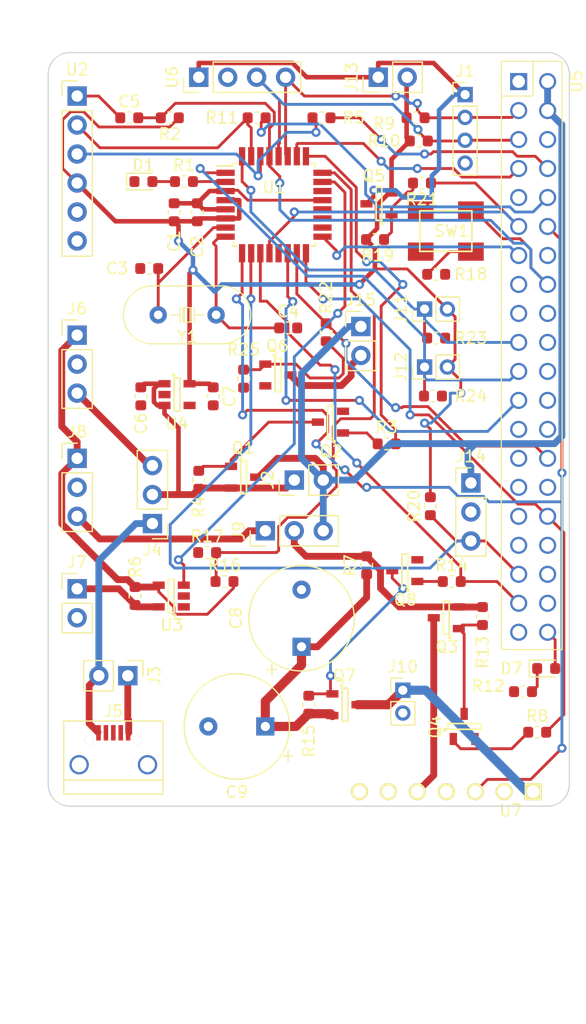
<source format=kicad_pcb>
(kicad_pcb (version 20171130) (host pcbnew "(5.0.0)")
  (layers (0 F.Cu signal) (31 B.Cu signal) (34 B.Paste user) (35 F.Paste user) (36 B.SilkS user) (37 F.SilkS user) (38 B.Mask user) (39 F.Mask user) (44 Edge.Cuts user))
  (net 0 "")
  (net 1 3.3V)
  (net 2 GND)
  (net 3 CRYSTAL1)
  (net 4 CRYSTAL2)
  (net 5 RST)
  (net 6 "Net-(C5-Pad1)")
  (net 7 Vin)
  (net 8 V_FLASH)
  (net 9 "Net-(D1-Pad2)")
  (net 10 "Net-(D7-Pad1)")
  (net 11 "Net-(D7-Pad2)")
  (net 12 3.3V_out)
  (net 13 SDA)
  (net 14 SCL)
  (net 15 Vpi)
  (net 16 Vusb)
  (net 17 Vbatt_out)
  (net 18 "Net-(J5-Pad2)")
  (net 19 "Net-(J5-Pad3)")
  (net 20 "Net-(J5-Pad4)")
  (net 21 "Net-(J5-Pad6)")
  (net 22 Vbatt)
  (net 23 Vbatt0)
  (net 24 12V)
  (net 25 V_LED)
  (net 26 LED+)
  (net 27 PUSH)
  (net 28 PUSH2)
  (net 29 Vhall)
  (net 30 "Net-(J15-Pad2)")
  (net 31 "Net-(Q1-Pad1)")
  (net 32 "Net-(Q2-Pad1)")
  (net 33 "Net-(Q3-Pad1)")
  (net 34 LUXin)
  (net 35 "Net-(Q4-Pad1)")
  (net 36 "Net-(Q5-Pad1)")
  (net 37 "Net-(Q6-Pad1)")
  (net 38 "Net-(Q7-Pad1)")
  (net 39 "Net-(Q8-Pad1)")
  (net 40 "Net-(R1-Pad2)")
  (net 41 PI_CTL)
  (net 42 RXD)
  (net 43 "Net-(R5-Pad2)")
  (net 44 LED_CTL)
  (net 45 "Net-(R11-Pad2)")
  (net 46 TXD)
  (net 47 Flash)
  (net 48 Batt_sense)
  (net 49 "Net-(R18-Pad1)")
  (net 50 3.3V_CTL)
  (net 51 FAN_CTL)
  (net 52 "Net-(SW1-Pad2)")
  (net 53 "Net-(SW1-Pad1)")
  (net 54 LEDdim)
  (net 55 GPIO10)
  (net 56 "Net-(U1-Pad18)")
  (net 57 "Net-(U1-Pad19)")
  (net 58 "Net-(U1-Pad20)")
  (net 59 "Net-(U1-Pad22)")
  (net 60 CUR_OUT)
  (net 61 "Net-(U4-Pad4)")
  (net 62 "Net-(U5-Pad1)")
  (net 63 "Net-(U5-Pad8)")
  (net 64 "Net-(U5-Pad9)")
  (net 65 "Net-(U5-Pad13)")
  (net 66 "Net-(U5-Pad14)")
  (net 67 "Net-(U5-Pad16)")
  (net 68 "Net-(U5-Pad17)")
  (net 69 "Net-(U5-Pad22)")
  (net 70 "Net-(U5-Pad26)")
  (net 71 "Net-(U5-Pad31)")
  (net 72 "Net-(U5-Pad34)")
  (net 73 "Net-(U7-Pad4)")
  (net 74 "Net-(U7-Pad6)")
  (net 75 "Net-(U5-Pad15)")
  (net 76 "Net-(U5-Pad29)")
  (net 77 GPIO27)
  (net 78 "Net-(U5-Pad28)")
  (net 79 "Net-(U5-Pad23)")
  (net 80 "Net-(U5-Pad30)")
  (net 81 "Net-(U5-Pad32)")
  (net 82 "Net-(U1-Pad13)")
  (net 83 GPIO4)
  (module myLib:LUXdrive (layer F.Cu) (at 169.545 127.635 180)
    (fp_text reference U7 (at 1.9685 -1.651 180) (layer F.SilkS))
    (fp_text value LUXdriver)
    (pad 1 thru_hole rect (at 0 0 180) (size 1.5 1.5) (drill 1.1) (layers *.Cu *.Mask F.SilkS) (net 26 LED+))
    (pad 2 thru_hole circle (at 2.54 0 180) (size 1.5 1.5) (drill 1.1) (layers *.Cu *.Mask F.SilkS) (net 2 GND))
    (pad 3 thru_hole circle (at 5.08 0 180) (size 1.5 1.5) (drill 1.1) (layers *.Cu *.Mask F.SilkS) (net 54 LEDdim))
    (pad 4 thru_hole circle (at 7.62 0 180) (size 1.5 1.5) (drill 1.1) (layers *.Cu *.Mask F.SilkS) (net 73 "Net-(U7-Pad4)"))
    (pad 5 thru_hole circle (at 10.16 0 180) (size 1.5 1.5) (drill 1.1) (layers *.Cu *.Mask F.SilkS) (net 34 LUXin))
    (pad 6 thru_hole circle (at 12.7 0 180) (size 1.5 1.5) (drill 1.1) (layers *.Cu *.Mask F.SilkS) (net 74 "Net-(U7-Pad6)"))
    (pad 7 thru_hole circle (at 15.24 0 180) (size 1.5 1.5) (drill 1.1) (layers *.Cu *.Mask F.SilkS) (net 2 GND))
  )
  (module Capacitor_SMD:C_0603_1608Metric (layer F.Cu) (at 138.049 76.8605 90)
    (fp_text reference C1 (at -2.54 0 90) (layer F.SilkS))
    (fp_text value 1uF)
    (pad 1 smd roundrect (at -0.7875 0 90) (size 0.875 0.95) (layers F.Cu F.Paste F.Mask) (net 1 3.3V))
    (pad 2 smd roundrect (at 0.7875 0 90) (size 0.875 0.95) (layers F.Cu F.Paste F.Mask) (net 2 GND))
  )
  (module Capacitor_SMD:C_0603_1608Metric (layer F.Cu) (at 140.081 76.8605 90)
    (fp_text reference C2 (at -3.0225 0 90) (layer F.SilkS))
    (fp_text value 0.1uF)
    (pad 2 smd roundrect (at 0.7875 0 90) (size 0.875 0.95) (layers F.Cu F.Paste F.Mask) (net 2 GND))
    (pad 1 smd roundrect (at -0.7875 0 90) (size 0.875 0.95) (layers F.Cu F.Paste F.Mask) (net 1 3.3V))
  )
  (module Capacitor_SMD:C_0603_1608Metric (layer F.Cu) (at 135.8645 81.788 180)
    (fp_text reference C3 (at 2.8195 0 180) (layer F.SilkS))
    (fp_text value 22pF)
    (pad 1 smd roundrect (at -0.7875 0 180) (size 0.875 0.95) (layers F.Cu F.Paste F.Mask) (net 3 CRYSTAL1))
    (pad 2 smd roundrect (at 0.7875 0 180) (size 0.875 0.95) (layers F.Cu F.Paste F.Mask) (net 2 GND))
  )
  (module Capacitor_SMD:C_0603_1608Metric (layer F.Cu) (at 148.0565 86.995)
    (fp_text reference C4 (at 0 -1.43) (layer F.SilkS))
    (fp_text value 22pF)
    (pad 2 smd roundrect (at 0.7875 0) (size 0.875 0.95) (layers F.Cu F.Paste F.Mask) (net 2 GND))
    (pad 1 smd roundrect (at -0.7875 0) (size 0.875 0.95) (layers F.Cu F.Paste F.Mask) (net 4 CRYSTAL2))
  )
  (module Capacitor_SMD:C_0603_1608Metric (layer F.Cu) (at 134.112 68.58)
    (fp_text reference C5 (at 0 -1.43) (layer F.SilkS))
    (fp_text value 0.1uF)
    (pad 2 smd roundrect (at 0.7875 0) (size 0.875 0.95) (layers F.Cu F.Paste F.Mask) (net 5 RST))
    (pad 1 smd roundrect (at -0.7875 0) (size 0.875 0.95) (layers F.Cu F.Paste F.Mask) (net 6 "Net-(C5-Pad1)"))
  )
  (module Capacitor_SMD:C_0603_1608Metric (layer F.Cu) (at 135.128 92.9895 270)
    (fp_text reference C6 (at 2.3875 0 270) (layer F.SilkS))
    (fp_text value 1uF)
    (pad 1 smd roundrect (at -0.7875 0 270) (size 0.875 0.95) (layers F.Cu F.Paste F.Mask) (net 7 Vin))
    (pad 2 smd roundrect (at 0.7875 0 270) (size 0.875 0.95) (layers F.Cu F.Paste F.Mask) (net 2 GND))
  )
  (module Capacitor_SMD:C_0603_1608Metric (layer F.Cu) (at 141.478 92.9895 270)
    (fp_text reference C7 (at 0 -1.43 270) (layer F.SilkS))
    (fp_text value 1uF)
    (pad 1 smd roundrect (at -0.7875 0 270) (size 0.875 0.95) (layers F.Cu F.Paste F.Mask) (net 1 3.3V))
    (pad 2 smd roundrect (at 0.7875 0 270) (size 0.875 0.95) (layers F.Cu F.Paste F.Mask) (net 2 GND))
  )
  (module Capacitor_THT:CP_Radial_Tantal_D9.0mm_P5.00mm (layer F.Cu) (at 149.225 114.935 90)
    (fp_text reference C8 (at 2.5 -5.75 90) (layer F.SilkS))
    (fp_text value 1000uF)
    (pad 1 thru_hole rect (at 0 0 90) (size 1.6 1.6) (drill 0.8) (layers *.Cu *.Mask) (net 8 V_FLASH))
    (pad 2 thru_hole circle (at 5 0 90) (size 1.6 1.6) (drill 0.8) (layers *.Cu *.Mask) (net 2 GND))
  )
  (module Capacitor_THT:CP_Radial_Tantal_D9.0mm_P5.00mm (layer F.Cu) (at 146.05 121.92 180)
    (fp_text reference C9 (at 2.5 -5.75 180) (layer F.SilkS))
    (fp_text value 1000uF)
    (pad 2 thru_hole circle (at 5 0 180) (size 1.6 1.6) (drill 0.8) (layers *.Cu *.Mask) (net 2 GND))
    (pad 1 thru_hole rect (at 0 0 180) (size 1.6 1.6) (drill 0.8) (layers *.Cu *.Mask) (net 8 V_FLASH))
  )
  (module LED_SMD:LED_0603_1608Metric (layer F.Cu) (at 135.3565 74.168)
    (fp_text reference D1 (at 0 -1.43) (layer F.SilkS))
    (fp_text value LED)
    (pad 2 smd roundrect (at 0.7875 0) (size 0.875 0.95) (layers F.Cu F.Paste F.Mask) (net 9 "Net-(D1-Pad2)"))
    (pad 1 smd roundrect (at -0.7875 0) (size 0.875 0.95) (layers F.Cu F.Paste F.Mask) (net 2 GND))
  )
  (module LED_SMD:LED_0603_1608Metric (layer F.Cu) (at 170.688 116.84)
    (fp_text reference D7 (at -3.048 0) (layer F.SilkS))
    (fp_text value LED)
    (pad 1 smd roundrect (at -0.7875 0) (size 0.875 0.95) (layers F.Cu F.Paste F.Mask) (net 10 "Net-(D7-Pad1)"))
    (pad 2 smd roundrect (at 0.7875 0) (size 0.875 0.95) (layers F.Cu F.Paste F.Mask) (net 11 "Net-(D7-Pad2)"))
  )
  (module Connector_PinHeader_2.00mm:PinHeader_1x04_P2.00mm_Vertical (layer F.Cu) (at 163.576 66.548)
    (fp_text reference J1 (at 0 -2.06) (layer F.SilkS))
    (fp_text value Conn_01x04_Male)
    (pad 1 thru_hole rect (at 0 0) (size 1.35 1.35) (drill 0.8) (layers *.Cu *.Mask) (net 12 3.3V_out))
    (pad 2 thru_hole oval (at 0 2) (size 1.35 1.35) (drill 0.8) (layers *.Cu *.Mask) (net 13 SDA))
    (pad 3 thru_hole oval (at 0 4) (size 1.35 1.35) (drill 0.8) (layers *.Cu *.Mask) (net 14 SCL))
    (pad 4 thru_hole oval (at 0 6) (size 1.35 1.35) (drill 0.8) (layers *.Cu *.Mask) (net 2 GND))
  )
  (module Connector_PinHeader_2.54mm:PinHeader_1x02_P2.54mm_Vertical (layer F.Cu) (at 148.59 100.33 90)
    (fp_text reference J2 (at 0 -2.33 90) (layer F.SilkS))
    (fp_text value Conn_01x02_Male)
    (pad 1 thru_hole rect (at 0 0 90) (size 1.7 1.7) (drill 1) (layers *.Cu *.Mask) (net 7 Vin))
    (pad 2 thru_hole oval (at 0 2.54 90) (size 1.7 1.7) (drill 1) (layers *.Cu *.Mask) (net 15 Vpi))
  )
  (module Connector_PinHeader_2.54mm:PinHeader_1x02_P2.54mm_Vertical (layer F.Cu) (at 133.985 117.475 270)
    (fp_text reference J3 (at 0 -2.33 270) (layer F.SilkS))
    (fp_text value Conn_01x02_Male)
    (pad 2 thru_hole oval (at 0 2.54 270) (size 1.7 1.7) (drill 1) (layers *.Cu *.Mask) (net 16 Vusb))
    (pad 1 thru_hole rect (at 0 0 270) (size 1.7 1.7) (drill 1) (layers *.Cu *.Mask) (net 2 GND))
  )
  (module Connector_PinHeader_2.54mm:PinHeader_1x03_P2.54mm_Vertical (layer F.Cu) (at 136.144 104.14 180)
    (fp_text reference J4 (at 0 -2.33 180) (layer F.SilkS))
    (fp_text value Conn_01x03_Male)
    (pad 1 thru_hole rect (at 0 0 180) (size 1.7 1.7) (drill 1) (layers *.Cu *.Mask) (net 16 Vusb))
    (pad 2 thru_hole oval (at 0 2.54 180) (size 1.7 1.7) (drill 1) (layers *.Cu *.Mask) (net 7 Vin))
    (pad 3 thru_hole oval (at 0 5.08 180) (size 1.7 1.7) (drill 1) (layers *.Cu *.Mask) (net 17 Vbatt_out))
  )
  (module myLib:USB_Micro-B_eBay (layer F.Cu) (at 132.715 123.825)
    (fp_text reference J5 (at 0 -3.24) (layer F.SilkS))
    (fp_text value USB_B_Micro)
    (pad 1 smd rect (at -1.3 -1.35 90) (size 1.35 0.4) (layers F.Cu F.Paste F.Mask) (net 16 Vusb))
    (pad 2 smd rect (at -0.65 -1.35 90) (size 1.35 0.4) (layers F.Cu F.Paste F.Mask) (net 18 "Net-(J5-Pad2)"))
    (pad 3 smd rect (at 0 -1.35 90) (size 1.35 0.4) (layers F.Cu F.Paste F.Mask) (net 19 "Net-(J5-Pad3)"))
    (pad 4 smd rect (at 0.65 -1.35 90) (size 1.35 0.4) (layers F.Cu F.Paste F.Mask) (net 20 "Net-(J5-Pad4)"))
    (pad 5 smd rect (at 1.3 -1.35 90) (size 1.35 0.4) (layers F.Cu F.Paste F.Mask) (net 2 GND))
    (pad 6 thru_hole oval (at -3 1.45 90) (size 1.7 1.7) (drill 1.3) (layers *.Cu *.Mask) (net 21 "Net-(J5-Pad6)"))
    (pad 6 thru_hole oval (at 3 1.45 90) (size 1.7 1.7) (drill oval 1.3) (layers *.Cu *.Mask) (net 21 "Net-(J5-Pad6)"))
    (pad 6 thru_hole circle (at -2.12 -0.7) (size 0.8 0.8) (drill 0.8) (layers *.Cu) (net 21 "Net-(J5-Pad6)"))
    (pad 6 thru_hole circle (at 2.12 -0.7) (size 0.8 0.8) (drill 0.8) (layers *.Cu) (net 21 "Net-(J5-Pad6)"))
  )
  (module Connector_PinHeader_2.54mm:PinHeader_1x03_P2.54mm_Vertical (layer F.Cu) (at 129.54 87.63)
    (fp_text reference J6 (at 0 -2.33) (layer F.SilkS))
    (fp_text value Conn_01x03_Male)
    (pad 1 thru_hole rect (at 0 0) (size 1.7 1.7) (drill 1) (layers *.Cu *.Mask) (net 22 Vbatt))
    (pad 2 thru_hole oval (at 0 2.54) (size 1.7 1.7) (drill 1) (layers *.Cu *.Mask) (net 2 GND))
    (pad 3 thru_hole oval (at 0 5.08) (size 1.7 1.7) (drill 1) (layers *.Cu *.Mask) (net 17 Vbatt_out))
  )
  (module Connector_PinHeader_2.54mm:PinHeader_1x02_P2.54mm_Vertical (layer F.Cu) (at 129.54 109.855)
    (fp_text reference J7 (at 0 -2.33) (layer F.SilkS))
    (fp_text value Conn_01x02_Male)
    (pad 2 thru_hole oval (at 0 2.54) (size 1.7 1.7) (drill 1) (layers *.Cu *.Mask) (net 2 GND))
    (pad 1 thru_hole rect (at 0 0) (size 1.7 1.7) (drill 1) (layers *.Cu *.Mask) (net 23 Vbatt0))
  )
  (module Connector_PinHeader_2.54mm:PinHeader_1x03_P2.54mm_Vertical (layer F.Cu) (at 129.54 98.425)
    (fp_text reference J8 (at 0 -2.33) (layer F.SilkS))
    (fp_text value Conn_01x03_Male)
    (pad 1 thru_hole rect (at 0 0) (size 1.7 1.7) (drill 1) (layers *.Cu *.Mask) (net 22 Vbatt))
    (pad 2 thru_hole oval (at 0 2.54) (size 1.7 1.7) (drill 1) (layers *.Cu *.Mask) (net 2 GND))
    (pad 3 thru_hole oval (at 0 5.08) (size 1.7 1.7) (drill 1) (layers *.Cu *.Mask) (net 24 12V))
  )
  (module Connector_PinHeader_2.54mm:PinHeader_1x03_P2.54mm_Vertical (layer F.Cu) (at 146.05 104.775 90)
    (fp_text reference J9 (at 0 -2.33 90) (layer F.SilkS))
    (fp_text value Conn_01x03_Male)
    (pad 3 thru_hole oval (at 0 5.08 90) (size 1.7 1.7) (drill 1) (layers *.Cu *.Mask) (net 15 Vpi))
    (pad 2 thru_hole oval (at 0 2.54 90) (size 1.7 1.7) (drill 1) (layers *.Cu *.Mask) (net 25 V_LED))
    (pad 1 thru_hole rect (at 0 0 90) (size 1.7 1.7) (drill 1) (layers *.Cu *.Mask) (net 24 12V))
  )
  (module Connector_PinHeader_2.00mm:PinHeader_1x02_P2.00mm_Vertical (layer F.Cu) (at 158.115 118.745)
    (fp_text reference J10 (at 0 -2.06) (layer F.SilkS))
    (fp_text value Conn_01x02_Male)
    (pad 1 thru_hole rect (at 0 0) (size 1.35 1.35) (drill 0.8) (layers *.Cu *.Mask) (net 26 LED+))
    (pad 2 thru_hole oval (at 0 2) (size 1.35 1.35) (drill 0.8) (layers *.Cu *.Mask) (net 2 GND))
  )
  (module Connector_PinHeader_2.00mm:PinHeader_1x02_P2.00mm_Vertical (layer F.Cu) (at 160.02 85.344 90)
    (fp_text reference J11 (at 0 -2.06 90) (layer F.SilkS))
    (fp_text value Conn_01x02_Male)
    (pad 1 thru_hole rect (at 0 0 90) (size 1.35 1.35) (drill 0.8) (layers *.Cu *.Mask) (net 27 PUSH))
    (pad 2 thru_hole oval (at 0 2 90) (size 1.35 1.35) (drill 0.8) (layers *.Cu *.Mask) (net 1 3.3V))
  )
  (module Connector_PinHeader_2.00mm:PinHeader_1x02_P2.00mm_Vertical (layer F.Cu) (at 160.02 90.424 90)
    (fp_text reference J12 (at 0 -2.06 90) (layer F.SilkS))
    (fp_text value Conn_01x02_Male)
    (pad 2 thru_hole oval (at 0 2 90) (size 1.35 1.35) (drill 0.8) (layers *.Cu *.Mask) (net 1 3.3V))
    (pad 1 thru_hole rect (at 0 0 90) (size 1.35 1.35) (drill 0.8) (layers *.Cu *.Mask) (net 28 PUSH2))
  )
  (module Connector_PinHeader_2.54mm:PinHeader_1x02_P2.54mm_Vertical (layer F.Cu) (at 155.956 65.024 90)
    (fp_text reference J13 (at 0 -2.33 90) (layer F.SilkS))
    (fp_text value Conn_01x02_Male)
    (pad 1 thru_hole rect (at 0 0 90) (size 1.7 1.7) (drill 1) (layers *.Cu *.Mask) (net 12 3.3V_out))
    (pad 2 thru_hole oval (at 0 2.54 90) (size 1.7 1.7) (drill 1) (layers *.Cu *.Mask) (net 1 3.3V))
  )
  (module Connector_PinHeader_2.54mm:PinHeader_1x03_P2.54mm_Vertical (layer F.Cu) (at 164.084 100.584)
    (fp_text reference J14 (at 0 -2.33) (layer F.SilkS))
    (fp_text value Conn_01x03_Male)
    (pad 3 thru_hole oval (at 0 5.08) (size 1.7 1.7) (drill 1) (layers *.Cu *.Mask) (net 29 Vhall))
    (pad 2 thru_hole oval (at 0 2.54) (size 1.7 1.7) (drill 1) (layers *.Cu *.Mask) (net 2 GND))
    (pad 1 thru_hole rect (at 0 0) (size 1.7 1.7) (drill 1) (layers *.Cu *.Mask) (net 15 Vpi))
  )
  (module Connector_PinHeader_2.54mm:PinHeader_1x02_P2.54mm_Vertical (layer F.Cu) (at 154.432 86.868)
    (fp_text reference J15 (at 0 -2.33) (layer F.SilkS))
    (fp_text value Conn_01x02_Male)
    (pad 1 thru_hole rect (at 0 0) (size 1.7 1.7) (drill 1) (layers *.Cu *.Mask) (net 15 Vpi))
    (pad 2 thru_hole oval (at 0 2.54) (size 1.7 1.7) (drill 1) (layers *.Cu *.Mask) (net 30 "Net-(J15-Pad2)"))
  )
  (module myLib:SOT-23-3 (layer F.Cu) (at 144.145 100.076)
    (fp_text reference Q1 (at -0.05 -2.55) (layer F.SilkS))
    (fp_text value Q_PMOS_GSD)
    (pad 1 smd rect (at -1.1 -0.95) (size 1.06 0.65) (layers F.Cu F.Paste F.Mask) (net 31 "Net-(Q1-Pad1)"))
    (pad 2 smd rect (at -1.1 0.95) (size 1.06 0.65) (layers F.Cu F.Paste F.Mask) (net 7 Vin))
    (pad 3 smd rect (at 1.1 0) (size 1.06 0.65) (layers F.Cu F.Paste F.Mask) (net 15 Vpi))
  )
  (module myLib:SOT-23-3 (layer F.Cu) (at 151.765 95.25 180)
    (fp_text reference Q2 (at -0.05 -2.55 180) (layer F.SilkS))
    (fp_text value Q_NMOS_GSD)
    (pad 1 smd rect (at -1.1 -0.95 180) (size 1.06 0.65) (layers F.Cu F.Paste F.Mask) (net 32 "Net-(Q2-Pad1)"))
    (pad 2 smd rect (at -1.1 0.95 180) (size 1.06 0.65) (layers F.Cu F.Paste F.Mask) (net 2 GND))
    (pad 3 smd rect (at 1.1 0 180) (size 1.06 0.65) (layers F.Cu F.Paste F.Mask) (net 31 "Net-(Q1-Pad1)"))
  )
  (module myLib:SOT-23-3 (layer F.Cu) (at 161.925 112.395 180)
    (fp_text reference Q3 (at -0.05 -2.55 180) (layer F.SilkS))
    (fp_text value Q_PMOS_GSD)
    (pad 1 smd rect (at -1.1 -0.95 180) (size 1.06 0.65) (layers F.Cu F.Paste F.Mask) (net 33 "Net-(Q3-Pad1)"))
    (pad 2 smd rect (at -1.1 0.95 180) (size 1.06 0.65) (layers F.Cu F.Paste F.Mask) (net 25 V_LED))
    (pad 3 smd rect (at 1.1 0 180) (size 1.06 0.65) (layers F.Cu F.Paste F.Mask) (net 34 LUXin))
  )
  (module myLib:SOT-23-3 (layer F.Cu) (at 163.492 121.92 90)
    (fp_text reference Q4 (at -0.05 -2.55 90) (layer F.SilkS))
    (fp_text value Q_NMOS_GSD)
    (pad 3 smd rect (at 1.1 0 90) (size 1.06 0.65) (layers F.Cu F.Paste F.Mask) (net 33 "Net-(Q3-Pad1)"))
    (pad 2 smd rect (at -1.1 0.95 90) (size 1.06 0.65) (layers F.Cu F.Paste F.Mask) (net 2 GND))
    (pad 1 smd rect (at -1.1 -0.95 90) (size 1.06 0.65) (layers F.Cu F.Paste F.Mask) (net 35 "Net-(Q4-Pad1)"))
  )
  (module myLib:SOT-23-3 (layer F.Cu) (at 156.022 76.116 180)
    (fp_text reference Q5 (at 0.447 2.456 180) (layer F.SilkS))
    (fp_text value Q_PMOS_GSD)
    (pad 1 smd rect (at -1.1 -0.95 180) (size 1.06 0.65) (layers F.Cu F.Paste F.Mask) (net 36 "Net-(Q5-Pad1)"))
    (pad 2 smd rect (at -1.1 0.95 180) (size 1.06 0.65) (layers F.Cu F.Paste F.Mask) (net 1 3.3V))
    (pad 3 smd rect (at 1.1 0 180) (size 1.06 0.65) (layers F.Cu F.Paste F.Mask) (net 12 3.3V_out))
  )
  (module myLib:SOT-23-3 (layer F.Cu) (at 147.15 91.12)
    (fp_text reference Q6 (at -0.05 -2.55) (layer F.SilkS))
    (fp_text value Q_NMOS_GSD)
    (pad 3 smd rect (at 1.1 0) (size 1.06 0.65) (layers F.Cu F.Paste F.Mask) (net 30 "Net-(J15-Pad2)"))
    (pad 2 smd rect (at -1.1 0.95) (size 1.06 0.65) (layers F.Cu F.Paste F.Mask) (net 2 GND))
    (pad 1 smd rect (at -1.1 -0.95) (size 1.06 0.65) (layers F.Cu F.Paste F.Mask) (net 37 "Net-(Q6-Pad1)"))
  )
  (module myLib:SOT-23-3 (layer F.Cu) (at 153.035 120.015)
    (fp_text reference Q7 (at -0.05 -2.55) (layer F.SilkS))
    (fp_text value Q_PMOS_GSD)
    (pad 3 smd rect (at 1.1 0) (size 1.06 0.65) (layers F.Cu F.Paste F.Mask) (net 26 LED+))
    (pad 2 smd rect (at -1.1 0.95) (size 1.06 0.65) (layers F.Cu F.Paste F.Mask) (net 8 V_FLASH))
    (pad 1 smd rect (at -1.1 -0.95) (size 1.06 0.65) (layers F.Cu F.Paste F.Mask) (net 38 "Net-(Q7-Pad1)"))
  )
  (module myLib:SOT-23-3 (layer F.Cu) (at 158.285 108.265 180)
    (fp_text reference Q8 (at -0.05 -2.55 180) (layer F.SilkS))
    (fp_text value Q_NMOS_GSD)
    (pad 3 smd rect (at 1.1 0 180) (size 1.06 0.65) (layers F.Cu F.Paste F.Mask) (net 38 "Net-(Q7-Pad1)"))
    (pad 2 smd rect (at -1.1 0.95 180) (size 1.06 0.65) (layers F.Cu F.Paste F.Mask) (net 2 GND))
    (pad 1 smd rect (at -1.1 -0.95 180) (size 1.06 0.65) (layers F.Cu F.Paste F.Mask) (net 39 "Net-(Q8-Pad1)"))
  )
  (module Resistor_SMD:R_0603_1608Metric (layer F.Cu) (at 138.9125 74.168)
    (fp_text reference R1 (at 0 -1.43) (layer F.SilkS))
    (fp_text value 400R)
    (pad 1 smd roundrect (at -0.7875 0) (size 0.875 0.95) (layers F.Cu F.Paste F.Mask) (net 9 "Net-(D1-Pad2)"))
    (pad 2 smd roundrect (at 0.7875 0) (size 0.875 0.95) (layers F.Cu F.Paste F.Mask) (net 40 "Net-(R1-Pad2)"))
  )
  (module Resistor_SMD:R_0603_1608Metric (layer F.Cu) (at 137.668 68.58 180)
    (fp_text reference R2 (at 0 -1.43 180) (layer F.SilkS))
    (fp_text value 10k)
    (pad 2 smd roundrect (at 0.7875 0 180) (size 0.875 0.95) (layers F.Cu F.Paste F.Mask) (net 5 RST))
    (pad 1 smd roundrect (at -0.7875 0 180) (size 0.875 0.95) (layers F.Cu F.Paste F.Mask) (net 1 3.3V))
  )
  (module Resistor_SMD:R_0603_1608Metric (layer F.Cu) (at 156.6925 97.155)
    (fp_text reference R3 (at 0 -1.43) (layer F.SilkS))
    (fp_text value 400R)
    (pad 1 smd roundrect (at -0.7875 0) (size 0.875 0.95) (layers F.Cu F.Paste F.Mask) (net 32 "Net-(Q2-Pad1)"))
    (pad 2 smd roundrect (at 0.7875 0) (size 0.875 0.95) (layers F.Cu F.Paste F.Mask) (net 41 PI_CTL))
  )
  (module Resistor_SMD:R_0603_1608Metric (layer F.Cu) (at 140.208 100.3045 270)
    (fp_text reference R4 (at 2.3875 0 270) (layer F.SilkS))
    (fp_text value 10k)
    (pad 1 smd roundrect (at -0.7875 0 270) (size 0.875 0.95) (layers F.Cu F.Paste F.Mask) (net 31 "Net-(Q1-Pad1)"))
    (pad 2 smd roundrect (at 0.7875 0 270) (size 0.875 0.95) (layers F.Cu F.Paste F.Mask) (net 7 Vin))
  )
  (module Resistor_SMD:R_0603_1608Metric (layer F.Cu) (at 150.9775 68.58)
    (fp_text reference R5 (at 2.8195 0) (layer F.SilkS))
    (fp_text value 400R)
    (pad 1 smd roundrect (at -0.7875 0) (size 0.875 0.95) (layers F.Cu F.Paste F.Mask) (net 42 RXD))
    (pad 2 smd roundrect (at 0.7875 0) (size 0.875 0.95) (layers F.Cu F.Paste F.Mask) (net 43 "Net-(R5-Pad2)"))
  )
  (module Resistor_SMD:R_0603_1608Metric (layer F.Cu) (at 134.62 110.49 270)
    (fp_text reference R6 (at -2.54 0 270) (layer F.SilkS))
    (fp_text value 0.01R)
    (pad 2 smd roundrect (at 0.7875 0 270) (size 0.875 0.95) (layers F.Cu F.Paste F.Mask) (net 23 Vbatt0))
    (pad 1 smd roundrect (at -0.7875 0 270) (size 0.875 0.95) (layers F.Cu F.Paste F.Mask) (net 22 Vbatt))
  )
  (module Resistor_SMD:R_0603_1608Metric (layer F.Cu) (at 154.94 107.7975 90)
    (fp_text reference R7 (at 0 -1.43 90) (layer F.SilkS))
    (fp_text value R)
    (pad 1 smd roundrect (at -0.7875 0 90) (size 0.875 0.95) (layers F.Cu F.Paste F.Mask) (net 8 V_FLASH))
    (pad 2 smd roundrect (at 0.7875 0 90) (size 0.875 0.95) (layers F.Cu F.Paste F.Mask) (net 25 V_LED))
  )
  (module Resistor_SMD:R_0603_1608Metric (layer F.Cu) (at 169.9005 122.428)
    (fp_text reference R8 (at 0 -1.43) (layer F.SilkS))
    (fp_text value 400R)
    (pad 2 smd roundrect (at 0.7875 0) (size 0.875 0.95) (layers F.Cu F.Paste F.Mask) (net 44 LED_CTL))
    (pad 1 smd roundrect (at -0.7875 0) (size 0.875 0.95) (layers F.Cu F.Paste F.Mask) (net 35 "Net-(Q4-Pad1)"))
  )
  (module Resistor_SMD:R_0603_1608Metric (layer F.Cu) (at 159.2325 68.58)
    (fp_text reference R9 (at -2.7685 0.508) (layer F.SilkS))
    (fp_text value 10k)
    (pad 2 smd roundrect (at 0.7875 0) (size 0.875 0.95) (layers F.Cu F.Paste F.Mask) (net 13 SDA))
    (pad 1 smd roundrect (at -0.7875 0) (size 0.875 0.95) (layers F.Cu F.Paste F.Mask) (net 1 3.3V))
  )
  (module Resistor_SMD:R_0603_1608Metric (layer F.Cu) (at 159.512 70.612)
    (fp_text reference R10 (at -3.048 0) (layer F.SilkS))
    (fp_text value 10k)
    (pad 1 smd roundrect (at -0.7875 0) (size 0.875 0.95) (layers F.Cu F.Paste F.Mask) (net 1 3.3V))
    (pad 2 smd roundrect (at 0.7875 0) (size 0.875 0.95) (layers F.Cu F.Paste F.Mask) (net 14 SCL))
  )
  (module Resistor_SMD:R_0603_1608Metric (layer F.Cu) (at 145.288 68.58)
    (fp_text reference R11 (at -3.048 0) (layer F.SilkS))
    (fp_text value 400R)
    (pad 2 smd roundrect (at 0.7875 0) (size 0.875 0.95) (layers F.Cu F.Paste F.Mask) (net 45 "Net-(R11-Pad2)"))
    (pad 1 smd roundrect (at -0.7875 0) (size 0.875 0.95) (layers F.Cu F.Paste F.Mask) (net 46 TXD))
  )
  (module Resistor_SMD:R_0603_1608Metric (layer F.Cu) (at 168.656 118.872)
    (fp_text reference R12 (at -3.048 -0.508) (layer F.SilkS))
    (fp_text value 400R)
    (pad 2 smd roundrect (at 0.7875 0) (size 0.875 0.95) (layers F.Cu F.Paste F.Mask) (net 10 "Net-(D7-Pad1)"))
    (pad 1 smd roundrect (at -0.7875 0) (size 0.875 0.95) (layers F.Cu F.Paste F.Mask) (net 2 GND))
  )
  (module Resistor_SMD:R_0603_1608Metric (layer F.Cu) (at 165.1 112.2425 90)
    (fp_text reference R13 (at -3.175 0 90) (layer F.SilkS))
    (fp_text value 10k)
    (pad 2 smd roundrect (at 0.7875 0 90) (size 0.875 0.95) (layers F.Cu F.Paste F.Mask) (net 25 V_LED))
    (pad 1 smd roundrect (at -0.7875 0 90) (size 0.875 0.95) (layers F.Cu F.Paste F.Mask) (net 33 "Net-(Q3-Pad1)"))
  )
  (module Resistor_SMD:R_0603_1608Metric (layer F.Cu) (at 162.4075 109.22)
    (fp_text reference R14 (at 0 -1.43) (layer F.SilkS))
    (fp_text value 400R)
    (pad 2 smd roundrect (at 0.7875 0) (size 0.875 0.95) (layers F.Cu F.Paste F.Mask) (net 47 Flash))
    (pad 1 smd roundrect (at -0.7875 0) (size 0.875 0.95) (layers F.Cu F.Paste F.Mask) (net 39 "Net-(Q8-Pad1)"))
  )
  (module Resistor_SMD:R_0603_1608Metric (layer F.Cu) (at 149.86 120.015 270)
    (fp_text reference R15 (at 3.175 0 270) (layer F.SilkS))
    (fp_text value 10k)
    (pad 1 smd roundrect (at -0.7875 0 270) (size 0.875 0.95) (layers F.Cu F.Paste F.Mask) (net 38 "Net-(Q7-Pad1)"))
    (pad 2 smd roundrect (at 0.7875 0 270) (size 0.875 0.95) (layers F.Cu F.Paste F.Mask) (net 8 V_FLASH))
  )
  (module Resistor_SMD:R_0603_1608Metric (layer F.Cu) (at 142.4685 109.22)
    (fp_text reference R16 (at 0 -1.43) (layer F.SilkS))
    (fp_text value R)
    (pad 1 smd roundrect (at -0.7875 0) (size 0.875 0.95) (layers F.Cu F.Paste F.Mask) (net 48 Batt_sense))
    (pad 2 smd roundrect (at 0.7875 0) (size 0.875 0.95) (layers F.Cu F.Paste F.Mask) (net 22 Vbatt))
  )
  (module Resistor_SMD:R_0603_1608Metric (layer F.Cu) (at 140.9445 106.68)
    (fp_text reference R17 (at 0 -1.43) (layer F.SilkS))
    (fp_text value R)
    (pad 1 smd roundrect (at -0.7875 0) (size 0.875 0.95) (layers F.Cu F.Paste F.Mask) (net 2 GND))
    (pad 2 smd roundrect (at 0.7875 0) (size 0.875 0.95) (layers F.Cu F.Paste F.Mask) (net 48 Batt_sense))
  )
  (module Resistor_SMD:R_0603_1608Metric (layer F.Cu) (at 161.036 82.296)
    (fp_text reference R18 (at 3.048 0) (layer F.SilkS))
    (fp_text value 10k)
    (pad 1 smd roundrect (at -0.7875 0) (size 0.875 0.95) (layers F.Cu F.Paste F.Mask) (net 49 "Net-(R18-Pad1)"))
    (pad 2 smd roundrect (at 0.7875 0) (size 0.875 0.95) (layers F.Cu F.Paste F.Mask) (net 2 GND))
  )
  (module Resistor_SMD:R_0603_1608Metric (layer F.Cu) (at 155.6765 79.248 180)
    (fp_text reference R19 (at -0.2285 -1.397 180) (layer F.SilkS))
    (fp_text value R)
    (pad 1 smd roundrect (at -0.7875 0 180) (size 0.875 0.95) (layers F.Cu F.Paste F.Mask) (net 36 "Net-(Q5-Pad1)"))
    (pad 2 smd roundrect (at 0.7875 0 180) (size 0.875 0.95) (layers F.Cu F.Paste F.Mask) (net 1 3.3V))
  )
  (module Resistor_SMD:R_0603_1608Metric (layer F.Cu) (at 160.528 102.616 90)
    (fp_text reference R20 (at 0 -1.43 90) (layer F.SilkS))
    (fp_text value R)
    (pad 2 smd roundrect (at 0.7875 0 90) (size 0.875 0.95) (layers F.Cu F.Paste F.Mask) (net 1 3.3V))
    (pad 1 smd roundrect (at -0.7875 0 90) (size 0.875 0.95) (layers F.Cu F.Paste F.Mask) (net 29 Vhall))
  )
  (module Resistor_SMD:R_0603_1608Metric (layer F.Cu) (at 159.7915 74.295 180)
    (fp_text reference R21 (at 0 -1.43 180) (layer F.SilkS))
    (fp_text value R)
    (pad 2 smd roundrect (at 0.7875 0 180) (size 0.875 0.95) (layers F.Cu F.Paste F.Mask) (net 36 "Net-(Q5-Pad1)"))
    (pad 1 smd roundrect (at -0.7875 0 180) (size 0.875 0.95) (layers F.Cu F.Paste F.Mask) (net 50 3.3V_CTL))
  )
  (module Resistor_SMD:R_0603_1608Metric (layer F.Cu) (at 151.384 87.376 90)
    (fp_text reference R22 (at 3.048 0 90) (layer F.SilkS))
    (fp_text value R)
    (pad 2 smd roundrect (at 0.7875 0 90) (size 0.875 0.95) (layers F.Cu F.Paste F.Mask) (net 51 FAN_CTL))
    (pad 1 smd roundrect (at -0.7875 0 90) (size 0.875 0.95) (layers F.Cu F.Paste F.Mask) (net 37 "Net-(Q6-Pad1)"))
  )
  (module Resistor_SMD:R_0603_1608Metric (layer F.Cu) (at 161.036 87.884)
    (fp_text reference R23 (at 3.048 0) (layer F.SilkS))
    (fp_text value 10k)
    (pad 1 smd roundrect (at -0.7875 0) (size 0.875 0.95) (layers F.Cu F.Paste F.Mask) (net 27 PUSH))
    (pad 2 smd roundrect (at 0.7875 0) (size 0.875 0.95) (layers F.Cu F.Paste F.Mask) (net 2 GND))
  )
  (module Resistor_SMD:R_0603_1608Metric (layer F.Cu) (at 160.7565 92.964)
    (fp_text reference R24 (at 3.3275 0) (layer F.SilkS))
    (fp_text value 10k)
    (pad 2 smd roundrect (at 0.7875 0) (size 0.875 0.95) (layers F.Cu F.Paste F.Mask) (net 2 GND))
    (pad 1 smd roundrect (at -0.7875 0) (size 0.875 0.95) (layers F.Cu F.Paste F.Mask) (net 28 PUSH2))
  )
  (module Resistor_SMD:R_0603_1608Metric (layer F.Cu) (at 144.145 91.44 90)
    (fp_text reference R25 (at 2.54 0 180) (layer F.SilkS))
    (fp_text value R)
    (pad 1 smd roundrect (at -0.7875 0 90) (size 0.875 0.95) (layers F.Cu F.Paste F.Mask) (net 2 GND))
    (pad 2 smd roundrect (at 0.7875 0 90) (size 0.875 0.95) (layers F.Cu F.Paste F.Mask) (net 37 "Net-(Q6-Pad1)"))
  )
  (module myLib:SMD_pushbutton (layer F.Cu) (at 161.884 78.508)
    (fp_text reference SW1 (at 0.508 0) (layer F.SilkS))
    (fp_text value SW_DPST)
    (pad 2 smd rect (at -2.2 1.8) (size 2.25 1.6) (layers F.Cu F.Paste F.Mask) (net 52 "Net-(SW1-Pad2)"))
    (pad 1 smd rect (at -2.2 -1.8) (size 2.25 1.6) (layers F.Cu F.Paste F.Mask) (net 53 "Net-(SW1-Pad1)"))
    (pad 4 smd rect (at 2.2 -1.8) (size 2.25 1.6) (layers F.Cu F.Paste F.Mask) (net 5 RST))
    (pad 3 smd rect (at 2.2 1.8) (size 2.25 1.6) (layers F.Cu F.Paste F.Mask) (net 49 "Net-(R18-Pad1)"))
  )
  (module Package_QFP:TQFP-32_7x7mm_P0.8mm (layer F.Cu) (at 146.812 76.2)
    (fp_text reference U1 (at 0 -1.524) (layer F.SilkS))
    (fp_text value ATmega328P-AU)
    (pad 1 smd rect (at -4.25 -2.8) (size 1.6 0.55) (layers F.Cu F.Paste F.Mask) (net 28 PUSH2))
    (pad 2 smd rect (at -4.25 -2) (size 1.6 0.55) (layers F.Cu F.Paste F.Mask) (net 40 "Net-(R1-Pad2)"))
    (pad 3 smd rect (at -4.25 -1.2) (size 1.6 0.55) (layers F.Cu F.Paste F.Mask) (net 2 GND))
    (pad 4 smd rect (at -4.25 -0.4) (size 1.6 0.55) (layers F.Cu F.Paste F.Mask) (net 1 3.3V))
    (pad 5 smd rect (at -4.25 0.4) (size 1.6 0.55) (layers F.Cu F.Paste F.Mask) (net 2 GND))
    (pad 6 smd rect (at -4.25 1.2) (size 1.6 0.55) (layers F.Cu F.Paste F.Mask) (net 1 3.3V))
    (pad 7 smd rect (at -4.25 2) (size 1.6 0.55) (layers F.Cu F.Paste F.Mask) (net 3 CRYSTAL1))
    (pad 8 smd rect (at -4.25 2.8) (size 1.6 0.55) (layers F.Cu F.Paste F.Mask) (net 4 CRYSTAL2))
    (pad 9 smd rect (at -2.8 4.25 90) (size 1.6 0.55) (layers F.Cu F.Paste F.Mask) (net 54 LEDdim))
    (pad 10 smd rect (at -2 4.25 90) (size 1.6 0.55) (layers F.Cu F.Paste F.Mask) (net 29 Vhall))
    (pad 11 smd rect (at -1.2 4.25 90) (size 1.6 0.55) (layers F.Cu F.Paste F.Mask) (net 47 Flash))
    (pad 12 smd rect (at -0.4 4.25 90) (size 1.6 0.55) (layers F.Cu F.Paste F.Mask) (net 50 3.3V_CTL))
    (pad 13 smd rect (at 0.4 4.25 90) (size 1.6 0.55) (layers F.Cu F.Paste F.Mask) (net 82 "Net-(U1-Pad13)"))
    (pad 14 smd rect (at 1.2 4.25 90) (size 1.6 0.55) (layers F.Cu F.Paste F.Mask) (net 55 GPIO10))
    (pad 15 smd rect (at 2 4.25 90) (size 1.6 0.55) (layers F.Cu F.Paste F.Mask) (net 51 FAN_CTL))
    (pad 16 smd rect (at 2.8 4.25 90) (size 1.6 0.55) (layers F.Cu F.Paste F.Mask) (net 44 LED_CTL))
    (pad 17 smd rect (at 4.25 2.8) (size 1.6 0.55) (layers F.Cu F.Paste F.Mask) (net 77 GPIO27))
    (pad 18 smd rect (at 4.25 2) (size 1.6 0.55) (layers F.Cu F.Paste F.Mask) (net 56 "Net-(U1-Pad18)"))
    (pad 19 smd rect (at 4.25 1.2) (size 1.6 0.55) (layers F.Cu F.Paste F.Mask) (net 57 "Net-(U1-Pad19)"))
    (pad 20 smd rect (at 4.25 0.4) (size 1.6 0.55) (layers F.Cu F.Paste F.Mask) (net 58 "Net-(U1-Pad20)"))
    (pad 21 smd rect (at 4.25 -0.4) (size 1.6 0.55) (layers F.Cu F.Paste F.Mask) (net 2 GND))
    (pad 22 smd rect (at 4.25 -1.2) (size 1.6 0.55) (layers F.Cu F.Paste F.Mask) (net 59 "Net-(U1-Pad22)"))
    (pad 23 smd rect (at 4.25 -2) (size 1.6 0.55) (layers F.Cu F.Paste F.Mask) (net 60 CUR_OUT))
    (pad 24 smd rect (at 4.25 -2.8) (size 1.6 0.55) (layers F.Cu F.Paste F.Mask) (net 48 Batt_sense))
    (pad 25 smd rect (at 2.8 -4.25 90) (size 1.6 0.55) (layers F.Cu F.Paste F.Mask) (net 41 PI_CTL))
    (pad 26 smd rect (at 2 -4.25 90) (size 1.6 0.55) (layers F.Cu F.Paste F.Mask) (net 83 GPIO4))
    (pad 27 smd rect (at 1.2 -4.25 90) (size 1.6 0.55) (layers F.Cu F.Paste F.Mask) (net 13 SDA))
    (pad 28 smd rect (at 0.4 -4.25 90) (size 1.6 0.55) (layers F.Cu F.Paste F.Mask) (net 14 SCL))
    (pad 29 smd rect (at -0.4 -4.25 90) (size 1.6 0.55) (layers F.Cu F.Paste F.Mask) (net 5 RST))
    (pad 30 smd rect (at -1.2 -4.25 90) (size 1.6 0.55) (layers F.Cu F.Paste F.Mask) (net 42 RXD))
    (pad 31 smd rect (at -2 -4.25 90) (size 1.6 0.55) (layers F.Cu F.Paste F.Mask) (net 46 TXD))
    (pad 32 smd rect (at -2.8 -4.25 90) (size 1.6 0.55) (layers F.Cu F.Paste F.Mask) (net 27 PUSH))
  )
  (module Connector_PinHeader_2.54mm:PinHeader_1x06_P2.54mm_Vertical (layer F.Cu) (at 129.54 66.675)
    (fp_text reference U2 (at 0 -2.33) (layer F.SilkS))
    (fp_text value FTDI_Basic)
    (pad 1 thru_hole rect (at 0 0) (size 1.7 1.7) (drill 1) (layers *.Cu *.Mask) (net 6 "Net-(C5-Pad1)"))
    (pad 2 thru_hole oval (at 0 2.54) (size 1.7 1.7) (drill 1) (layers *.Cu *.Mask) (net 46 TXD))
    (pad 3 thru_hole oval (at 0 5.08) (size 1.7 1.7) (drill 1) (layers *.Cu *.Mask) (net 42 RXD))
    (pad 4 thru_hole oval (at 0 7.62) (size 1.7 1.7) (drill 1) (layers *.Cu *.Mask) (net 1 3.3V))
    (pad 5 thru_hole oval (at 0 10.16) (size 1.7 1.7) (drill 1) (layers *.Cu *.Mask) (net 2 GND))
    (pad 6 thru_hole oval (at 0 12.7) (size 1.7 1.7) (drill 1) (layers *.Cu *.Mask) (net 2 GND))
  )
  (module myLib:SOT-23-5 (layer F.Cu) (at 137.795 110.49 180)
    (fp_text reference U3 (at -0.05 -2.55 180) (layer F.SilkS))
    (fp_text value MAX9938)
    (pad 5 smd rect (at 1.1 -0.95 180) (size 1.06 0.65) (layers F.Cu F.Paste F.Mask) (net 23 Vbatt0))
    (pad 4 smd rect (at 1.1 0.95 180) (size 1.06 0.65) (layers F.Cu F.Paste F.Mask) (net 22 Vbatt))
    (pad 3 smd rect (at -1.1 0.95 180) (size 1.06 0.65) (layers F.Cu F.Paste F.Mask) (net 60 CUR_OUT))
    (pad 2 smd rect (at -1.1 0 180) (size 1.06 0.65) (layers F.Cu F.Paste F.Mask) (net 2 GND))
    (pad 1 smd rect (at -1.1 -0.95 180) (size 1.06 0.65) (layers F.Cu F.Paste F.Mask) (net 2 GND))
  )
  (module myLib:SOT-23-5 (layer F.Cu) (at 138.303 92.837)
    (fp_text reference U4 (at 0 2.54) (layer F.SilkS))
    (fp_text value AP2112)
    (pad 1 smd rect (at -1.1 -0.95) (size 1.06 0.65) (layers F.Cu F.Paste F.Mask) (net 7 Vin))
    (pad 2 smd rect (at -1.1 0) (size 1.06 0.65) (layers F.Cu F.Paste F.Mask) (net 2 GND))
    (pad 3 smd rect (at -1.1 0.95) (size 1.06 0.65) (layers F.Cu F.Paste F.Mask) (net 7 Vin))
    (pad 4 smd rect (at 1.1 0.95) (size 1.06 0.65) (layers F.Cu F.Paste F.Mask) (net 61 "Net-(U4-Pad4)"))
    (pad 5 smd rect (at 1.1 -0.95) (size 1.06 0.65) (layers F.Cu F.Paste F.Mask) (net 1 3.3V))
  )
  (module myLib:RPi_Cobbler (layer F.Cu) (at 168.275 65.405 270)
    (fp_text reference U5 (at 0 -5.08 270) (layer F.SilkS))
    (fp_text value Pi_Header)
    (pad 1 thru_hole rect (at 0 0 270) (size 1.5 1.5) (drill 1.1) (layers *.Cu *.Mask) (net 62 "Net-(U5-Pad1)"))
    (pad 2 thru_hole oval (at 2.54 0 270) (size 1.5 1.5) (drill 1.1) (layers *.Cu *.Mask) (net 13 SDA))
    (pad 3 thru_hole oval (at 5.08 0 270) (size 1.5 1.5) (drill 1.1) (layers *.Cu *.Mask) (net 14 SCL))
    (pad 4 thru_hole oval (at 7.62 0 270) (size 1.5 1.5) (drill 1.1) (layers *.Cu *.Mask) (net 83 GPIO4))
    (pad 5 thru_hole oval (at 10.16 0 270) (size 1.5 1.5) (drill 1.1) (layers *.Cu *.Mask) (net 2 GND))
    (pad 6 thru_hole oval (at 12.7 0 270) (size 1.5 1.5) (drill 1.1) (layers *.Cu *.Mask) (net 50 3.3V_CTL))
    (pad 7 thru_hole oval (at 15.24 0 270) (size 1.5 1.5) (drill 1.1) (layers *.Cu *.Mask) (net 77 GPIO27))
    (pad 8 thru_hole oval (at 17.78 0 270) (size 1.5 1.5) (drill 1.1) (layers *.Cu *.Mask) (net 63 "Net-(U5-Pad8)"))
    (pad 9 thru_hole oval (at 20.32 0 270) (size 1.5 1.5) (drill 1.1) (layers *.Cu *.Mask) (net 64 "Net-(U5-Pad9)"))
    (pad 10 thru_hole oval (at 22.86 0 270) (size 1.5 1.5) (drill 1.1) (layers *.Cu *.Mask) (net 27 PUSH))
    (pad 11 thru_hole oval (at 25.4 0 270) (size 1.5 1.5) (drill 1.1) (layers *.Cu *.Mask) (net 28 PUSH2))
    (pad 12 thru_hole oval (at 27.94 0 270) (size 1.5 1.5) (drill 1.1) (layers *.Cu *.Mask) (net 55 GPIO10))
    (pad 13 thru_hole oval (at 30.48 0 270) (size 1.5 1.5) (drill 1.1) (layers *.Cu *.Mask) (net 65 "Net-(U5-Pad13)"))
    (pad 14 thru_hole oval (at 33.02 0 270) (size 1.5 1.5) (drill 1.1) (layers *.Cu *.Mask) (net 66 "Net-(U5-Pad14)"))
    (pad 15 thru_hole oval (at 35.56 0 270) (size 1.5 1.5) (drill 1.1) (layers *.Cu *.Mask) (net 75 "Net-(U5-Pad15)"))
    (pad 16 thru_hole oval (at 38.1 0 270) (size 1.5 1.5) (drill 1.1) (layers *.Cu *.Mask) (net 67 "Net-(U5-Pad16)"))
    (pad 17 thru_hole oval (at 40.64 0 270) (size 1.5 1.5) (drill 1.1) (layers *.Cu *.Mask) (net 68 "Net-(U5-Pad17)"))
    (pad 18 thru_hole oval (at 43.18 0 270) (size 1.5 1.5) (drill 1.1) (layers *.Cu *.Mask) (net 29 Vhall))
    (pad 19 thru_hole oval (at 45.72 0 270) (size 1.5 1.5) (drill 1.1) (layers *.Cu *.Mask) (net 47 Flash))
    (pad 20 thru_hole oval (at 48.26 0 270) (size 1.5 1.5) (drill 1.1) (layers *.Cu *.Mask) (net 2 GND))
    (pad 21 thru_hole oval (at 48.26 -2.54 270) (size 1.5 1.5) (drill 1.1) (layers *.Cu *.Mask) (net 11 "Net-(D7-Pad2)"))
    (pad 22 thru_hole oval (at 45.72 -2.54 270) (size 1.5 1.5) (drill 1.1) (layers *.Cu *.Mask) (net 69 "Net-(U5-Pad22)"))
    (pad 23 thru_hole oval (at 43.18 -2.54 270) (size 1.5 1.5) (drill 1.1) (layers *.Cu *.Mask) (net 79 "Net-(U5-Pad23)"))
    (pad 24 thru_hole oval (at 40.64 -2.54 270) (size 1.5 1.5) (drill 1.1) (layers *.Cu *.Mask) (net 2 GND))
    (pad 25 thru_hole oval (at 38.1 -2.54 270) (size 1.5 1.5) (drill 1.1) (layers *.Cu *.Mask) (net 44 LED_CTL))
    (pad 26 thru_hole oval (at 35.56 -2.54 270) (size 1.5 1.5) (drill 1.1) (layers *.Cu *.Mask) (net 70 "Net-(U5-Pad26)"))
    (pad 27 thru_hole oval (at 33.02 -2.54 270) (size 1.5 1.5) (drill 1.1) (layers *.Cu *.Mask) (net 51 FAN_CTL))
    (pad 28 thru_hole oval (at 30.48 -2.54 270) (size 1.5 1.5) (drill 1.1) (layers *.Cu *.Mask) (net 78 "Net-(U5-Pad28)"))
    (pad 29 thru_hole oval (at 27.94 -2.54 270) (size 1.5 1.5) (drill 1.1) (layers *.Cu *.Mask) (net 76 "Net-(U5-Pad29)"))
    (pad 30 thru_hole oval (at 25.4 -2.54 270) (size 1.5 1.5) (drill 1.1) (layers *.Cu *.Mask) (net 80 "Net-(U5-Pad30)"))
    (pad 31 thru_hole oval (at 22.86 -2.54 270) (size 1.5 1.5) (drill 1.1) (layers *.Cu *.Mask) (net 71 "Net-(U5-Pad31)"))
    (pad 32 thru_hole oval (at 20.32 -2.54 270) (size 1.5 1.5) (drill 1.1) (layers *.Cu *.Mask) (net 81 "Net-(U5-Pad32)"))
    (pad 33 thru_hole oval (at 17.78 -2.54 270) (size 1.5 1.5) (drill 1.1) (layers *.Cu *.Mask) (net 5 RST))
    (pad 34 thru_hole oval (at 15.24 -2.54 270) (size 1.5 1.5) (drill 1.1) (layers *.Cu *.Mask) (net 72 "Net-(U5-Pad34)"))
    (pad 35 thru_hole oval (at 12.7 -2.54 270) (size 1.5 1.5) (drill 1.1) (layers *.Cu *.Mask) (net 54 LEDdim))
    (pad 36 thru_hole oval (at 10.16 -2.54 270) (size 1.5 1.5) (drill 1.1) (layers *.Cu *.Mask) (net 45 "Net-(R11-Pad2)"))
    (pad 37 thru_hole oval (at 7.62 -2.54 270) (size 1.5 1.5) (drill 1.1) (layers *.Cu *.Mask) (net 43 "Net-(R5-Pad2)"))
    (pad 38 thru_hole oval (at 5.08 -2.54 270) (size 1.5 1.5) (drill 1.1) (layers *.Cu *.Mask) (net 2 GND))
    (pad 39 thru_hole oval (at 2.54 -2.54 270) (size 1.5 1.5) (drill 1.1) (layers *.Cu *.Mask) (net 15 Vpi))
    (pad 40 thru_hole oval (at 0 -2.54 270) (size 1.5 1.5) (drill 1.1) (layers *.Cu *.Mask) (net 15 Vpi))
  )
  (module Connector_PinHeader_2.54mm:PinHeader_1x04_P2.54mm_Vertical (layer F.Cu) (at 140.208 65.024 90)
    (fp_text reference U6 (at 0 -2.33 90) (layer F.SilkS))
    (fp_text value OLED_I2C)
    (pad 1 thru_hole rect (at 0 0 90) (size 1.7 1.7) (drill 1) (layers *.Cu *.Mask) (net 12 3.3V_out))
    (pad 2 thru_hole oval (at 0 2.54 90) (size 1.7 1.7) (drill 1) (layers *.Cu *.Mask) (net 2 GND))
    (pad 3 thru_hole oval (at 0 5.08 90) (size 1.7 1.7) (drill 1) (layers *.Cu *.Mask) (net 14 SCL))
    (pad 4 thru_hole oval (at 0 7.62 90) (size 1.7 1.7) (drill 1) (layers *.Cu *.Mask) (net 13 SDA))
  )
  (module myLib:CRYSTAL_TH (layer F.Cu) (at 139.192 85.852)
    (fp_text reference Y1 (at 0 1.905) (layer F.SilkS))
    (fp_text value Crystal)
    (pad 1 thru_hole circle (at -2.54 0) (size 1.524 1.524) (drill 0.762) (layers *.Cu *.Mask) (net 3 CRYSTAL1))
    (pad 2 thru_hole circle (at 2.54 0) (size 1.524 1.524) (drill 0.762) (layers *.Cu *.Mask) (net 4 CRYSTAL2))
  )
  (gr_line (start 127 127) (end 127 64.77) (layer Edge.Cuts) (width 0.1))
  (gr_arc (start 128.905 64.77) (end 128.905 62.865) (angle -90) (layer Edge.Cuts) (width 0.1))
  (gr_line (start 170.815 62.865) (end 128.905 62.865) (layer Edge.Cuts) (width 0.1))
  (gr_arc (start 170.815 64.77) (end 172.72 64.77) (angle -90) (layer Edge.Cuts) (width 0.1))
  (gr_line (start 172.72 127) (end 172.72 64.77) (layer Edge.Cuts) (width 0.1))
  (gr_arc (start 170.815 127) (end 170.815 128.905) (angle -90) (layer Edge.Cuts) (width 0.1))
  (gr_line (start 169.545 128.905) (end 170.815 128.905) (layer Edge.Cuts) (width 0.1))
  (gr_line (start 128.905 128.905) (end 169.545 128.905) (layer Edge.Cuts) (width 0.1))
  (gr_arc (start 128.905 127) (end 127 127) (angle -90) (layer Edge.Cuts) (width 0.1))
  (segment (start 138.049 77.648) (end 140.081 77.648) (width 0.4) (layer F.Cu) (net 1))
  (segment (start 140.329 77.4) (end 140.081 77.648) (width 0.4) (layer F.Cu) (net 1))
  (segment (start 142.562 77.4) (end 140.329 77.4) (width 0.4) (layer F.Cu) (net 1))
  (segment (start 142.562 75.8) (end 143.762001 75.800001) (width 0.4) (layer F.Cu) (net 1))
  (segment (start 143.762 77.4) (end 142.562 77.4) (width 0.4) (layer F.Cu) (net 1))
  (segment (start 143.762001 75.800001) (end 143.762 77.4) (width 0.4) (layer F.Cu) (net 1))
  (segment (start 141.163 91.887) (end 141.478 92.202) (width 0.4) (layer F.Cu) (net 1))
  (segment (start 139.403 91.887) (end 141.163 91.887) (width 0.4) (layer F.Cu) (net 1))
  (via (at 139.7 81.915) (size 0.8) (drill 0.4) (layers F.Cu B.Cu) (net 1))
  (segment (start 139.403 91.887) (end 139.403 82.212) (width 0.4) (layer F.Cu) (net 1))
  (segment (start 139.403 82.212) (end 139.7 81.915) (width 0.4) (layer F.Cu) (net 1))
  (via (at 138.43 79.375) (size 0.8) (drill 0.4) (layers F.Cu B.Cu) (net 1))
  (segment (start 139.7 81.915) (end 139.7 80.645) (width 0.4) (layer B.Cu) (net 1))
  (segment (start 139.7 80.645) (end 138.43 79.375) (width 0.4) (layer B.Cu) (net 1))
  (segment (start 138.43 78.029) (end 138.049 77.648) (width 0.4) (layer F.Cu) (net 1))
  (segment (start 138.43 79.375) (end 138.43 78.029) (width 0.4) (layer F.Cu) (net 1))
  (segment (start 132.893 77.648) (end 129.54 74.295) (width 0.4) (layer F.Cu) (net 1))
  (segment (start 138.049 77.648) (end 132.893 77.648) (width 0.4) (layer F.Cu) (net 1))
  (segment (start 139.7 81.915) (end 141.605 83.82) (width 0.4) (layer B.Cu) (net 1))
  (segment (start 141.605 83.82) (end 142.24 83.185) (width 0.4) (layer B.Cu) (net 1))
  (via (at 154.305 83.185) (size 0.8) (drill 0.4) (layers F.Cu B.Cu) (net 1))
  (segment (start 142.24 83.185) (end 154.305 83.185) (width 0.4) (layer B.Cu) (net 1))
  (segment (start 158.445 70.3325) (end 158.7245 70.612) (width 0.4) (layer F.Cu) (net 1))
  (segment (start 158.445 68.58) (end 158.445 70.3325) (width 0.4) (layer F.Cu) (net 1))
  (segment (start 158.445 65.075) (end 158.496 65.024) (width 0.4) (layer F.Cu) (net 1))
  (segment (start 158.445 68.58) (end 158.445 65.075) (width 0.4) (layer F.Cu) (net 1))
  (segment (start 158.262888 71.073612) (end 158.7245 70.612) (width 0.4) (layer F.Cu) (net 1))
  (segment (start 156.972 77.216) (end 156.972 77.011) (width 0.4) (layer F.Cu) (net 36))
  (segment (start 128.975999 68.039999) (end 128.27 68.745998) (width 0.25) (layer F.Cu) (net 1))
  (segment (start 130.104001 68.039999) (end 128.975999 68.039999) (width 0.25) (layer F.Cu) (net 1))
  (segment (start 131.449512 69.38551) (end 130.104001 68.039999) (width 0.25) (layer F.Cu) (net 1))
  (segment (start 138.4555 68.58) (end 137.64999 69.38551) (width 0.25) (layer F.Cu) (net 1))
  (segment (start 137.64999 69.38551) (end 131.449512 69.38551) (width 0.25) (layer F.Cu) (net 1))
  (segment (start 128.27 73.025) (end 129.54 74.295) (width 0.25) (layer F.Cu) (net 1))
  (segment (start 128.27 68.745998) (end 128.27 73.025) (width 0.25) (layer F.Cu) (net 1))
  (segment (start 162.694999 86.018999) (end 162.02 85.344) (width 0.25) (layer F.Cu) (net 1))
  (segment (start 162.694999 89.749001) (end 162.694999 86.018999) (width 0.25) (layer F.Cu) (net 1))
  (segment (start 162.02 90.424) (end 162.694999 89.749001) (width 0.25) (layer F.Cu) (net 1))
  (segment (start 161.345001 84.669001) (end 161.310001 84.669001) (width 0.25) (layer F.Cu) (net 1))
  (segment (start 162.02 85.344) (end 161.345001 84.669001) (width 0.25) (layer F.Cu) (net 1))
  (via (at 163.195 92.71) (size 0.8) (drill 0.4) (layers F.Cu B.Cu) (net 1))
  (segment (start 163.195 91.599) (end 162.02 90.424) (width 0.25) (layer F.Cu) (net 1))
  (segment (start 163.195 92.71) (end 163.195 91.599) (width 0.25) (layer F.Cu) (net 1))
  (segment (start 157.122 72.2145) (end 158.7245 70.612) (width 0.4) (layer F.Cu) (net 1))
  (segment (start 157.122 75.166) (end 157.122 72.2145) (width 0.4) (layer F.Cu) (net 1))
  (segment (start 156.917 75.166) (end 157.122 75.166) (width 0.4) (layer F.Cu) (net 1))
  (segment (start 155.852001 76.230999) (end 156.917 75.166) (width 0.4) (layer F.Cu) (net 1))
  (segment (start 155.852001 78.284999) (end 155.852001 76.230999) (width 0.4) (layer F.Cu) (net 1))
  (segment (start 154.889 79.248) (end 155.852001 78.284999) (width 0.4) (layer F.Cu) (net 1))
  (segment (start 155.350612 79.709612) (end 154.889 79.248) (width 0.4) (layer F.Cu) (net 1))
  (segment (start 155.665001 80.024001) (end 155.350612 79.709612) (width 0.4) (layer F.Cu) (net 1))
  (segment (start 155.665001 81.824999) (end 155.665001 80.024001) (width 0.4) (layer F.Cu) (net 1))
  (segment (start 154.305 83.185) (end 155.665001 81.824999) (width 0.4) (layer F.Cu) (net 1))
  (segment (start 158.500999 81.824999) (end 162.02 85.344) (width 0.25) (layer F.Cu) (net 1))
  (segment (start 155.665001 81.824999) (end 158.500999 81.824999) (width 0.25) (layer F.Cu) (net 1))
  (segment (start 160.528 101.8285) (end 160.528 98.013001) (width 0.25) (layer F.Cu) (net 1))
  (segment (start 162.275001 92.71) (end 163.195 92.71) (width 0.25) (layer B.Cu) (net 1))
  (via (at 160.02 95.34) (size 0.8) (drill 0.4) (layers F.Cu B.Cu) (net 1))
  (segment (start 160.528 98.013001) (end 160.528 95.848) (width 0.25) (layer F.Cu) (net 1))
  (segment (start 160.528 95.848) (end 160.02 95.34) (width 0.25) (layer F.Cu) (net 1))
  (segment (start 162.275001 93.650684) (end 162.275001 92.71) (width 0.25) (layer B.Cu) (net 1))
  (segment (start 160.585685 95.34) (end 162.275001 93.650684) (width 0.25) (layer B.Cu) (net 1))
  (segment (start 160.02 95.34) (end 160.585685 95.34) (width 0.25) (layer B.Cu) (net 1))
  (segment (start 134.065001 121.399999) (end 134.065001 122.475) (width 0.6) (layer F.Cu) (net 2))
  (segment (start 133.985 121.319998) (end 134.065001 121.399999) (width 0.6) (layer F.Cu) (net 2))
  (segment (start 133.985 117.475) (end 133.985 121.319998) (width 0.6) (layer F.Cu) (net 2))
  (segment (start 140.608 76.6) (end 140.081 76.073) (width 0.4) (layer F.Cu) (net 2))
  (segment (start 142.562 76.6) (end 140.608 76.6) (width 0.4) (layer F.Cu) (net 2))
  (segment (start 138.049 76.073) (end 140.081 76.073) (width 0.4) (layer F.Cu) (net 2))
  (segment (start 141.154 75) (end 140.081 76.073) (width 0.4) (layer F.Cu) (net 2))
  (segment (start 142.562 75) (end 141.154 75) (width 0.4) (layer F.Cu) (net 2))
  (segment (start 142.632 74.93) (end 142.562 75) (width 0.25) (layer F.Cu) (net 2))
  (segment (start 143.634474 74.93) (end 142.632 74.93) (width 0.25) (layer F.Cu) (net 2))
  (segment (start 144.504474 75.8) (end 143.634474 74.93) (width 0.25) (layer F.Cu) (net 2))
  (segment (start 151.062 75.8) (end 144.504474 75.8) (width 0.25) (layer F.Cu) (net 2))
  (segment (start 141.512 78.2) (end 142.562 78.2) (width 0.25) (layer F.Cu) (net 3))
  (segment (start 136.652 83.06) (end 141.512 78.2) (width 0.25) (layer F.Cu) (net 3))
  (segment (start 136.652 85.852) (end 136.652 83.06) (width 0.25) (layer F.Cu) (net 3))
  (segment (start 136.652 81.788) (end 136.652 83.06) (width 0.25) (layer F.Cu) (net 3))
  (segment (start 142.037 79) (end 142.562 79) (width 0.25) (layer F.Cu) (net 4))
  (segment (start 141.512 79.525) (end 142.037 79) (width 0.25) (layer F.Cu) (net 4))
  (segment (start 141.512 79.61) (end 141.512 79.525) (width 0.25) (layer F.Cu) (net 4))
  (segment (start 141.732 79.83) (end 141.512 79.61) (width 0.25) (layer F.Cu) (net 4))
  (segment (start 141.732 85.852) (end 141.732 79.83) (width 0.25) (layer F.Cu) (net 4))
  (segment (start 142.875 86.995) (end 147.269 86.995) (width 0.25) (layer F.Cu) (net 4))
  (segment (start 141.732 85.852) (end 142.875 86.995) (width 0.25) (layer F.Cu) (net 4))
  (segment (start 134.8995 68.58) (end 136.8805 68.58) (width 0.25) (layer F.Cu) (net 5))
  (segment (start 136.8805 68.9355) (end 136.8805 68.58) (width 0.25) (layer F.Cu) (net 5))
  (segment (start 146.83801 68.098516) (end 146.049494 67.31) (width 0.25) (layer F.Cu) (net 5))
  (segment (start 146.83801 69.061484) (end 146.83801 68.098516) (width 0.25) (layer F.Cu) (net 5))
  (segment (start 146.412 71.95) (end 146.412 69.487494) (width 0.25) (layer F.Cu) (net 5))
  (segment (start 146.412 69.487494) (end 146.83801 69.061484) (width 0.25) (layer F.Cu) (net 5))
  (segment (start 138.1505 67.31) (end 136.8805 68.58) (width 0.25) (layer F.Cu) (net 5))
  (segment (start 146.049494 67.31) (end 138.1505 67.31) (width 0.25) (layer F.Cu) (net 5))
  (segment (start 164.409 76.708) (end 164.084 76.708) (width 0.25) (layer F.Cu) (net 5))
  (segment (start 166.881001 79.180001) (end 164.409 76.708) (width 0.25) (layer F.Cu) (net 5))
  (segment (start 168.401003 79.180001) (end 166.881001 79.180001) (width 0.25) (layer F.Cu) (net 5))
  (segment (start 169.350001 80.128999) (end 168.401003 79.180001) (width 0.25) (layer F.Cu) (net 5))
  (segment (start 169.350001 81.720001) (end 169.350001 80.128999) (width 0.25) (layer F.Cu) (net 5))
  (segment (start 170.815 83.185) (end 169.350001 81.720001) (width 0.25) (layer F.Cu) (net 5))
  (segment (start 169.350001 81.720001) (end 169.350001 80.128999) (width 0.25) (layer B.Cu) (net 5))
  (segment (start 169.350001 80.128999) (end 168.791001 79.569999) (width 0.25) (layer B.Cu) (net 5))
  (segment (start 168.791001 79.569999) (end 167.836409 79.569999) (width 0.25) (layer B.Cu) (net 5))
  (segment (start 167.836409 79.569999) (end 165.82641 77.56) (width 0.25) (layer B.Cu) (net 5))
  (segment (start 170.815 83.185) (end 169.350001 81.720001) (width 0.25) (layer B.Cu) (net 5))
  (segment (start 146.412 72.810002) (end 146.412 71.95) (width 0.25) (layer F.Cu) (net 5))
  (via (at 147.32 74.295) (size 0.8) (drill 0.4) (layers F.Cu B.Cu) (net 5))
  (segment (start 147.32 76.638002) (end 147.32 74.295) (width 0.25) (layer B.Cu) (net 5))
  (segment (start 148.241998 77.56) (end 147.32 76.638002) (width 0.25) (layer B.Cu) (net 5))
  (segment (start 149.86 77.56) (end 148.241998 77.56) (width 0.25) (layer B.Cu) (net 5))
  (segment (start 149.86 77.56) (end 149.661998 77.56) (width 0.25) (layer B.Cu) (net 5))
  (segment (start 165.82641 77.56) (end 149.86 77.56) (width 0.25) (layer B.Cu) (net 5))
  (segment (start 147.32 73.718002) (end 146.412 72.810002) (width 0.25) (layer F.Cu) (net 5))
  (segment (start 147.32 74.295) (end 147.32 73.718002) (width 0.25) (layer F.Cu) (net 5))
  (segment (start 131.4195 66.675) (end 133.3245 68.58) (width 0.25) (layer F.Cu) (net 6))
  (segment (start 129.54 66.675) (end 131.4195 66.675) (width 0.25) (layer F.Cu) (net 6))
  (segment (start 139.7 101.6) (end 140.208 101.092) (width 0.6) (layer F.Cu) (net 7))
  (segment (start 140.274 101.026) (end 140.208 101.092) (width 0.6) (layer F.Cu) (net 7))
  (segment (start 143.045 101.026) (end 140.274 101.026) (width 0.6) (layer F.Cu) (net 7))
  (segment (start 147.894 101.026) (end 143.045 101.026) (width 0.6) (layer F.Cu) (net 7))
  (segment (start 148.59 100.33) (end 147.894 101.026) (width 0.6) (layer F.Cu) (net 7))
  (segment (start 135.128 92.202) (end 135.443 91.887) (width 0.4) (layer F.Cu) (net 7))
  (segment (start 138.43 95.739) (end 138.43 101.6) (width 0.4) (layer F.Cu) (net 7))
  (segment (start 137.203 94.512) (end 138.43 95.739) (width 0.4) (layer F.Cu) (net 7))
  (segment (start 137.203 93.787) (end 137.203 94.512) (width 0.4) (layer F.Cu) (net 7))
  (segment (start 136.144 101.6) (end 138.43 101.6) (width 0.6) (layer F.Cu) (net 7))
  (segment (start 138.43 101.6) (end 139.7 101.6) (width 0.6) (layer F.Cu) (net 7))
  (segment (start 136.272999 93.482001) (end 136.272999 92.327001) (width 0.4) (layer F.Cu) (net 7))
  (segment (start 137.203 93.787) (end 136.577998 93.787) (width 0.4) (layer F.Cu) (net 7))
  (segment (start 136.577998 93.787) (end 136.272999 93.482001) (width 0.4) (layer F.Cu) (net 7))
  (segment (start 136.525 92.075) (end 136.525 91.887) (width 0.4) (layer F.Cu) (net 7))
  (segment (start 136.272999 92.327001) (end 136.525 92.075) (width 0.4) (layer F.Cu) (net 7))
  (segment (start 135.443 91.887) (end 136.525 91.887) (width 0.4) (layer F.Cu) (net 7))
  (segment (start 136.525 91.887) (end 137.203 91.887) (width 0.4) (layer F.Cu) (net 7))
  (segment (start 148.7425 121.92) (end 149.86 120.8025) (width 0.8) (layer F.Cu) (net 8))
  (segment (start 146.05 121.92) (end 148.7425 121.92) (width 0.8) (layer F.Cu) (net 8))
  (segment (start 151.7725 120.8025) (end 151.935 120.965) (width 0.8) (layer F.Cu) (net 8))
  (segment (start 149.86 120.8025) (end 151.7725 120.8025) (width 0.8) (layer F.Cu) (net 8))
  (segment (start 146.05 120.32) (end 146.05 121.92) (width 0.8) (layer F.Cu) (net 8))
  (segment (start 146.05 119.71) (end 146.05 120.32) (width 0.8) (layer F.Cu) (net 8))
  (segment (start 149.225 116.535) (end 146.05 119.71) (width 0.8) (layer F.Cu) (net 8))
  (segment (start 149.225 114.935) (end 149.225 116.535) (width 0.8) (layer F.Cu) (net 8))
  (segment (start 150.625 114.935) (end 149.225 114.935) (width 0.6) (layer F.Cu) (net 8))
  (segment (start 154.94 110.62) (end 150.625 114.935) (width 0.6) (layer F.Cu) (net 8))
  (segment (start 154.94 108.585) (end 154.94 110.62) (width 0.6) (layer F.Cu) (net 8))
  (segment (start 138.125 74.168) (end 136.144 74.168) (width 0.25) (layer F.Cu) (net 9))
  (segment (start 169.9005 118.415) (end 169.4435 118.872) (width 0.25) (layer F.Cu) (net 10))
  (segment (start 169.9005 116.84) (end 169.9005 118.415) (width 0.25) (layer F.Cu) (net 10))
  (segment (start 171.4755 114.3255) (end 170.815 113.665) (width 0.25) (layer F.Cu) (net 11))
  (segment (start 171.4755 116.84) (end 171.4755 114.3255) (width 0.25) (layer F.Cu) (net 11))
  (segment (start 160.801999 63.773999) (end 163.576 66.548) (width 0.4) (layer F.Cu) (net 12))
  (segment (start 155.956001 63.773999) (end 160.801999 63.773999) (width 0.4) (layer F.Cu) (net 12))
  (segment (start 155.956 65.024) (end 155.956001 63.773999) (width 0.4) (layer F.Cu) (net 12))
  (segment (start 162.651 66.548) (end 161.29 67.909) (width 0.4) (layer B.Cu) (net 12))
  (segment (start 163.576 66.548) (end 162.651 66.548) (width 0.4) (layer B.Cu) (net 12))
  (segment (start 161.29 67.909) (end 161.29 73.025) (width 0.4) (layer B.Cu) (net 12))
  (via (at 155.575 74.93) (size 0.8) (drill 0.4) (layers F.Cu B.Cu) (net 12))
  (segment (start 155.575 75.463) (end 154.922 76.116) (width 0.4) (layer F.Cu) (net 12))
  (segment (start 155.575 74.93) (end 155.575 75.463) (width 0.4) (layer F.Cu) (net 12))
  (segment (start 140.208 63.774) (end 140.208 65.024) (width 0.4) (layer F.Cu) (net 12))
  (segment (start 148.428001 63.773999) (end 140.208 63.774) (width 0.4) (layer F.Cu) (net 12))
  (segment (start 149.678002 65.024) (end 148.428001 63.773999) (width 0.4) (layer F.Cu) (net 12))
  (segment (start 155.956 65.024) (end 149.678002 65.024) (width 0.4) (layer F.Cu) (net 12))
  (segment (start 155.575 74.93) (end 157.48 74.93) (width 0.4) (layer B.Cu) (net 12))
  (segment (start 157.48 74.93) (end 158.115 75.565) (width 0.4) (layer B.Cu) (net 12))
  (segment (start 158.115 75.565) (end 160.655 75.565) (width 0.4) (layer B.Cu) (net 12))
  (segment (start 160.655 73.66) (end 161.29 73.025) (width 0.4) (layer B.Cu) (net 12))
  (segment (start 160.655 75.565) (end 160.655 73.66) (width 0.4) (layer B.Cu) (net 12))
  (segment (start 147.828 71.766) (end 148.012 71.95) (width 0.25) (layer F.Cu) (net 13))
  (segment (start 147.828 65.024) (end 147.828 71.766) (width 0.25) (layer F.Cu) (net 13))
  (via (at 157.48 66.675) (size 0.8) (drill 0.4) (layers F.Cu B.Cu) (net 13))
  (segment (start 147.828 65.024) (end 149.479 66.675) (width 0.25) (layer F.Cu) (net 13))
  (segment (start 149.479 66.675) (end 157.48 66.675) (width 0.25) (layer F.Cu) (net 13))
  (segment (start 157.48 66.675) (end 158.115 66.675) (width 0.25) (layer B.Cu) (net 13))
  (via (at 159.385 67.31) (size 0.8) (drill 0.4) (layers F.Cu B.Cu) (net 13))
  (segment (start 158.115 66.675) (end 158.75 67.31) (width 0.25) (layer B.Cu) (net 13))
  (segment (start 158.75 67.31) (end 159.385 67.31) (width 0.25) (layer B.Cu) (net 13))
  (segment (start 159.385 67.945) (end 160.02 68.58) (width 0.25) (layer F.Cu) (net 13))
  (segment (start 159.385 67.31) (end 159.385 67.945) (width 0.25) (layer F.Cu) (net 13))
  (segment (start 163.544 68.58) (end 163.576 68.548) (width 0.25) (layer F.Cu) (net 13))
  (segment (start 160.02 68.58) (end 163.544 68.58) (width 0.25) (layer F.Cu) (net 13))
  (segment (start 167.672 68.548) (end 168.275 67.945) (width 0.25) (layer F.Cu) (net 13))
  (segment (start 163.576 68.548) (end 167.672 68.548) (width 0.25) (layer F.Cu) (net 13))
  (segment (start 147.212 70.9) (end 147.212 71.95) (width 0.25) (layer F.Cu) (net 14))
  (segment (start 147.28802 70.82398) (end 147.212 70.9) (width 0.25) (layer F.Cu) (net 14))
  (segment (start 147.28802 67.02402) (end 147.28802 70.82398) (width 0.25) (layer F.Cu) (net 14))
  (segment (start 145.288 65.024) (end 147.28802 67.02402) (width 0.25) (layer F.Cu) (net 14))
  (via (at 159.439838 69.608091) (size 0.8) (drill 0.4) (layers F.Cu B.Cu) (net 14))
  (segment (start 157.231748 67.400001) (end 159.439838 69.608091) (width 0.25) (layer B.Cu) (net 14))
  (segment (start 145.288 65.024) (end 147.664001 67.400001) (width 0.25) (layer B.Cu) (net 14))
  (segment (start 147.664001 67.400001) (end 157.231748 67.400001) (width 0.25) (layer B.Cu) (net 14))
  (segment (start 159.439838 69.752338) (end 160.2995 70.612) (width 0.25) (layer F.Cu) (net 14))
  (segment (start 159.439838 69.608091) (end 159.439838 69.752338) (width 0.25) (layer F.Cu) (net 14))
  (segment (start 163.512 70.612) (end 163.576 70.548) (width 0.25) (layer F.Cu) (net 14))
  (segment (start 160.2995 70.612) (end 163.512 70.612) (width 0.25) (layer F.Cu) (net 14))
  (segment (start 168.212 70.548) (end 168.275 70.485) (width 0.25) (layer F.Cu) (net 14))
  (segment (start 163.576 70.548) (end 168.212 70.548) (width 0.25) (layer F.Cu) (net 14))
  (segment (start 145.45 100.076) (end 145.245 100.076) (width 0.6) (layer F.Cu) (net 15))
  (segment (start 147.101 98.425) (end 145.45 100.076) (width 0.6) (layer F.Cu) (net 15))
  (segment (start 150.427081 98.425) (end 147.101 98.425) (width 0.6) (layer F.Cu) (net 15))
  (segment (start 151.13 99.127919) (end 150.427081 98.425) (width 0.6) (layer F.Cu) (net 15))
  (segment (start 151.13 100.33) (end 151.13 99.127919) (width 0.6) (layer F.Cu) (net 15))
  (segment (start 171.564999 68.694999) (end 170.815 67.945) (width 0.6) (layer B.Cu) (net 15))
  (segment (start 172.065001 96.485001) (end 172.065001 69.195001) (width 0.6) (layer B.Cu) (net 15))
  (segment (start 172.065001 69.195001) (end 171.564999 68.694999) (width 0.6) (layer B.Cu) (net 15))
  (segment (start 171.415001 97.135001) (end 172.065001 96.485001) (width 0.6) (layer B.Cu) (net 15))
  (segment (start 153.853002 100.33) (end 157.048001 97.135001) (width 0.6) (layer B.Cu) (net 15))
  (segment (start 151.13 100.33) (end 153.853002 100.33) (width 0.6) (layer B.Cu) (net 15))
  (segment (start 170.815 65.405) (end 170.815 67.945) (width 0.6) (layer B.Cu) (net 15))
  (segment (start 164.084 99.134) (end 163.83 98.88) (width 0.6) (layer B.Cu) (net 15))
  (segment (start 164.084 100.584) (end 164.084 99.134) (width 0.6) (layer B.Cu) (net 15))
  (segment (start 163.83 97.770001) (end 164.465 97.135001) (width 0.6) (layer B.Cu) (net 15))
  (segment (start 163.83 98.88) (end 163.83 97.770001) (width 0.6) (layer B.Cu) (net 15))
  (segment (start 157.048001 97.135001) (end 164.465 97.135001) (width 0.6) (layer B.Cu) (net 15))
  (segment (start 164.465 97.135001) (end 171.415001 97.135001) (width 0.6) (layer B.Cu) (net 15))
  (segment (start 151.13 103.572919) (end 151.13 100.33) (width 0.6) (layer B.Cu) (net 15))
  (segment (start 151.13 104.775) (end 151.13 103.572919) (width 0.6) (layer B.Cu) (net 15))
  (segment (start 153.332 86.868) (end 154.432 86.868) (width 0.6) (layer B.Cu) (net 15))
  (segment (start 149.225 90.975) (end 153.332 86.868) (width 0.6) (layer B.Cu) (net 15))
  (segment (start 151.13 100.33) (end 149.225 98.425) (width 0.6) (layer B.Cu) (net 15))
  (segment (start 149.225 98.425) (end 149.225 90.975) (width 0.6) (layer B.Cu) (net 15))
  (segment (start 130.595001 121.655001) (end 131.364999 122.424999) (width 0.6) (layer F.Cu) (net 16))
  (segment (start 130.595001 118.324999) (end 130.595001 121.655001) (width 0.6) (layer F.Cu) (net 16))
  (segment (start 131.445 117.475) (end 130.595001 118.324999) (width 0.6) (layer F.Cu) (net 16))
  (segment (start 134.694 104.14) (end 136.144 104.14) (width 0.6) (layer B.Cu) (net 16))
  (segment (start 131.445 107.389) (end 134.694 104.14) (width 0.6) (layer B.Cu) (net 16))
  (segment (start 131.445 117.475) (end 131.445 107.389) (width 0.6) (layer B.Cu) (net 16))
  (segment (start 135.89 99.06) (end 136.144 99.06) (width 0.6) (layer F.Cu) (net 17))
  (segment (start 129.54 92.71) (end 135.89 99.06) (width 0.6) (layer F.Cu) (net 17))
  (segment (start 136.5325 109.7025) (end 136.695 109.54) (width 0.6) (layer F.Cu) (net 22))
  (segment (start 134.62 109.7025) (end 136.5325 109.7025) (width 0.6) (layer F.Cu) (net 22))
  (segment (start 134.158388 109.240888) (end 134.62 109.7025) (width 0.6) (layer F.Cu) (net 22))
  (segment (start 133.97249 109.05499) (end 134.158388 109.240888) (width 0.6) (layer F.Cu) (net 22))
  (segment (start 133.091988 109.05499) (end 133.97249 109.05499) (width 0.6) (layer F.Cu) (net 22))
  (segment (start 128.189999 104.153001) (end 133.091988 109.05499) (width 0.6) (layer F.Cu) (net 22))
  (segment (start 128.189999 99.775001) (end 128.189999 104.153001) (width 0.6) (layer F.Cu) (net 22))
  (segment (start 129.54 98.425) (end 128.189999 99.775001) (width 0.6) (layer F.Cu) (net 22))
  (segment (start 128.189999 88.980001) (end 129.54 87.63) (width 0.6) (layer F.Cu) (net 22))
  (segment (start 128.189999 95.624999) (end 128.189999 88.980001) (width 0.6) (layer F.Cu) (net 22))
  (segment (start 129.54 96.975) (end 128.189999 95.624999) (width 0.6) (layer F.Cu) (net 22))
  (segment (start 129.54 98.425) (end 129.54 96.975) (width 0.6) (layer F.Cu) (net 22))
  (segment (start 136.695 110.115) (end 136.695 109.54) (width 0.25) (layer F.Cu) (net 22))
  (segment (start 138.039999 111.459999) (end 136.695 110.115) (width 0.25) (layer F.Cu) (net 22))
  (segment (start 138.039999 112.025001) (end 138.039999 111.459999) (width 0.25) (layer F.Cu) (net 22))
  (segment (start 138.104999 112.090001) (end 138.039999 112.025001) (width 0.25) (layer F.Cu) (net 22))
  (segment (start 140.960999 112.090001) (end 138.104999 112.090001) (width 0.25) (layer F.Cu) (net 22))
  (segment (start 143.256 109.795) (end 140.960999 112.090001) (width 0.25) (layer F.Cu) (net 22))
  (segment (start 143.256 109.22) (end 143.256 109.795) (width 0.25) (layer F.Cu) (net 22))
  (segment (start 133.1975 109.855) (end 134.62 111.2775) (width 0.6) (layer F.Cu) (net 23))
  (segment (start 129.54 109.855) (end 133.1975 109.855) (width 0.6) (layer F.Cu) (net 23))
  (segment (start 134.7825 111.44) (end 134.62 111.2775) (width 0.6) (layer F.Cu) (net 23))
  (segment (start 136.695 111.44) (end 134.7825 111.44) (width 0.6) (layer F.Cu) (net 23))
  (segment (start 144.6 104.775) (end 146.05 104.775) (width 0.6) (layer F.Cu) (net 24))
  (segment (start 143.884999 105.490001) (end 144.6 104.775) (width 0.6) (layer F.Cu) (net 24))
  (segment (start 131.525001 105.490001) (end 143.884999 105.490001) (width 0.6) (layer F.Cu) (net 24))
  (segment (start 129.54 103.505) (end 131.525001 105.490001) (width 0.6) (layer F.Cu) (net 24))
  (segment (start 154.365 107.01) (end 154.94 107.01) (width 0.6) (layer F.Cu) (net 25))
  (segment (start 149.622919 107.01) (end 154.365 107.01) (width 0.6) (layer F.Cu) (net 25))
  (segment (start 148.59 105.977081) (end 149.622919 107.01) (width 0.6) (layer F.Cu) (net 25))
  (segment (start 148.59 104.775) (end 148.59 105.977081) (width 0.6) (layer F.Cu) (net 25))
  (segment (start 163.035 111.455) (end 163.025 111.445) (width 0.6) (layer F.Cu) (net 25))
  (segment (start 165.1 111.455) (end 163.035 111.455) (width 0.6) (layer F.Cu) (net 25))
  (segment (start 156.154999 108.224999) (end 156.154999 109.799999) (width 0.6) (layer F.Cu) (net 25))
  (segment (start 154.94 107.01) (end 156.154999 108.224999) (width 0.6) (layer F.Cu) (net 25))
  (segment (start 157.8 111.445) (end 163.025 111.445) (width 0.6) (layer F.Cu) (net 25))
  (segment (start 156.154999 109.799999) (end 157.8 111.445) (width 0.6) (layer F.Cu) (net 25))
  (segment (start 156.845 120.015) (end 158.115 118.745) (width 0.8) (layer F.Cu) (net 26))
  (segment (start 154.135 120.015) (end 156.845 120.015) (width 0.8) (layer F.Cu) (net 26))
  (segment (start 159.59 118.745) (end 158.115 118.745) (width 0.8) (layer B.Cu) (net 26))
  (segment (start 160.113002 118.745) (end 159.59 118.745) (width 0.8) (layer B.Cu) (net 26))
  (segment (start 169.003002 127.635) (end 160.113002 118.745) (width 0.8) (layer B.Cu) (net 26))
  (segment (start 169.545 127.635) (end 169.003002 127.635) (width 0.8) (layer B.Cu) (net 26))
  (segment (start 160.02 87.6555) (end 160.2485 87.884) (width 0.25) (layer F.Cu) (net 27))
  (segment (start 160.02 85.344) (end 160.02 87.6555) (width 0.25) (layer F.Cu) (net 27))
  (segment (start 167.21434 88.265) (end 168.275 88.265) (width 0.25) (layer B.Cu) (net 27))
  (segment (start 162.016 88.265) (end 167.21434 88.265) (width 0.25) (layer B.Cu) (net 27))
  (segment (start 160.02 86.269) (end 162.016 88.265) (width 0.25) (layer B.Cu) (net 27))
  (segment (start 160.02 85.344) (end 160.02 86.269) (width 0.25) (layer B.Cu) (net 27))
  (via (at 144.78 74.93) (size 0.8) (drill 0.4) (layers F.Cu B.Cu) (net 27))
  (segment (start 144.012 71.95) (end 144.012 74.162) (width 0.25) (layer F.Cu) (net 27))
  (segment (start 144.012 74.162) (end 144.78 74.93) (width 0.25) (layer F.Cu) (net 27))
  (segment (start 159.095 85.344) (end 160.02 85.344) (width 0.25) (layer B.Cu) (net 27))
  (segment (start 155.666 81.915) (end 159.095 85.344) (width 0.25) (layer B.Cu) (net 27))
  (segment (start 149.86141 81.915) (end 155.666 81.915) (width 0.25) (layer B.Cu) (net 27))
  (segment (start 144.78 76.83359) (end 149.86141 81.915) (width 0.25) (layer B.Cu) (net 27))
  (segment (start 144.78 74.93) (end 144.78 76.83359) (width 0.25) (layer B.Cu) (net 27))
  (via (at 140.335 73.025) (size 0.8) (drill 0.4) (layers F.Cu B.Cu) (net 28))
  (segment (start 142.562 73.4) (end 140.71 73.4) (width 0.25) (layer F.Cu) (net 28))
  (segment (start 140.71 73.4) (end 140.335 73.025) (width 0.25) (layer F.Cu) (net 28))
  (segment (start 160.02 89.499) (end 160.02 90.424) (width 0.25) (layer B.Cu) (net 28))
  (segment (start 160.02 87.826998) (end 160.02 89.499) (width 0.25) (layer B.Cu) (net 28))
  (segment (start 154.653001 82.459999) (end 160.02 87.826998) (width 0.25) (layer B.Cu) (net 28))
  (segment (start 149.769999 82.459999) (end 154.653001 82.459999) (width 0.25) (layer B.Cu) (net 28))
  (segment (start 140.335 73.025) (end 149.769999 82.459999) (width 0.25) (layer B.Cu) (net 28))
  (segment (start 160.02 92.913) (end 159.969 92.964) (width 0.25) (layer F.Cu) (net 28))
  (segment (start 160.02 90.424) (end 160.02 92.913) (width 0.25) (layer F.Cu) (net 28))
  (segment (start 167.525001 91.554999) (end 168.275 90.805) (width 0.25) (layer B.Cu) (net 28))
  (segment (start 160.225999 91.554999) (end 167.525001 91.554999) (width 0.25) (layer B.Cu) (net 28))
  (segment (start 160.02 91.349) (end 160.225999 91.554999) (width 0.25) (layer B.Cu) (net 28))
  (segment (start 160.02 90.424) (end 160.02 91.349) (width 0.25) (layer B.Cu) (net 28))
  (segment (start 165.354 105.664) (end 168.275 108.585) (width 0.25) (layer F.Cu) (net 29))
  (segment (start 164.084 105.664) (end 165.354 105.664) (width 0.25) (layer F.Cu) (net 29))
  (segment (start 162.7885 105.664) (end 160.528 103.4035) (width 0.25) (layer F.Cu) (net 29))
  (segment (start 164.084 105.664) (end 162.7885 105.664) (width 0.25) (layer F.Cu) (net 29))
  (segment (start 137.704999 107.663001) (end 137.704999 104.230001) (width 0.25) (layer B.Cu) (net 29))
  (segment (start 138.081999 108.040001) (end 137.704999 107.663001) (width 0.25) (layer B.Cu) (net 29))
  (segment (start 160.505918 108.040001) (end 138.081999 108.040001) (width 0.25) (layer B.Cu) (net 29))
  (segment (start 164.084 105.664) (end 162.881919 105.664) (width 0.25) (layer B.Cu) (net 29))
  (segment (start 162.881919 105.664) (end 160.505918 108.040001) (width 0.25) (layer B.Cu) (net 29))
  (via (at 144.78 84.455) (size 0.8) (drill 0.4) (layers F.Cu B.Cu) (net 29))
  (segment (start 137.704999 104.230001) (end 144.78 97.155) (width 0.25) (layer B.Cu) (net 29))
  (segment (start 144.78 97.155) (end 144.78 84.455) (width 0.25) (layer B.Cu) (net 29))
  (segment (start 144.78 80.482) (end 144.812 80.45) (width 0.25) (layer F.Cu) (net 29))
  (segment (start 144.78 84.455) (end 144.78 80.482) (width 0.25) (layer F.Cu) (net 29))
  (segment (start 149.175 92.045) (end 148.25 91.12) (width 0.6) (layer F.Cu) (net 30))
  (segment (start 152.726593 92.045) (end 149.175 92.045) (width 0.6) (layer F.Cu) (net 30))
  (segment (start 153.582001 91.189592) (end 152.726593 92.045) (width 0.6) (layer F.Cu) (net 30))
  (segment (start 153.582001 90.257999) (end 153.582001 91.189592) (width 0.6) (layer F.Cu) (net 30))
  (segment (start 154.432 89.408) (end 153.582001 90.257999) (width 0.6) (layer F.Cu) (net 30))
  (segment (start 143.045 98.551) (end 143.045 99.126) (width 0.25) (layer F.Cu) (net 31))
  (segment (start 146.346 95.25) (end 143.045 98.551) (width 0.25) (layer F.Cu) (net 31))
  (segment (start 150.665 95.25) (end 146.346 95.25) (width 0.25) (layer F.Cu) (net 31))
  (segment (start 140.599 99.126) (end 140.208 99.517) (width 0.25) (layer F.Cu) (net 31))
  (segment (start 143.045 99.126) (end 140.599 99.126) (width 0.25) (layer F.Cu) (net 31))
  (segment (start 154.95 96.2) (end 155.905 97.155) (width 0.25) (layer F.Cu) (net 32))
  (segment (start 152.865 96.2) (end 154.95 96.2) (width 0.25) (layer F.Cu) (net 32))
  (segment (start 163.34 113.03) (end 163.025 113.345) (width 0.25) (layer F.Cu) (net 33))
  (segment (start 165.1 113.03) (end 163.34 113.03) (width 0.25) (layer F.Cu) (net 33))
  (segment (start 163.492 113.812) (end 163.025 113.345) (width 0.25) (layer F.Cu) (net 33))
  (segment (start 163.492 120.82) (end 163.492 113.812) (width 0.25) (layer F.Cu) (net 33))
  (segment (start 160.825 126.195) (end 159.385 127.635) (width 0.6) (layer F.Cu) (net 34))
  (segment (start 160.825 112.395) (end 160.825 126.195) (width 0.6) (layer F.Cu) (net 34))
  (segment (start 168.651388 122.889612) (end 169.113 122.428) (width 0.25) (layer F.Cu) (net 35))
  (segment (start 167.665999 123.875001) (end 168.651388 122.889612) (width 0.25) (layer F.Cu) (net 35))
  (segment (start 163.192001 123.875001) (end 167.665999 123.875001) (width 0.25) (layer F.Cu) (net 35))
  (segment (start 162.542 123.225) (end 163.192001 123.875001) (width 0.25) (layer F.Cu) (net 35))
  (segment (start 162.542 123.02) (end 162.542 123.225) (width 0.25) (layer F.Cu) (net 35))
  (segment (start 157.122 76.491) (end 158.542388 75.070612) (width 0.25) (layer F.Cu) (net 36))
  (segment (start 157.122 77.066) (end 157.122 76.491) (width 0.25) (layer F.Cu) (net 36))
  (segment (start 158.803388 75.070612) (end 158.542388 75.070612) (width 0.25) (layer F.Cu) (net 36))
  (segment (start 159.004 74.87) (end 158.803388 75.070612) (width 0.25) (layer F.Cu) (net 36))
  (segment (start 159.004 74.295) (end 159.004 74.87) (width 0.25) (layer F.Cu) (net 36))
  (segment (start 157.122 78.59) (end 156.464 79.248) (width 0.25) (layer F.Cu) (net 36))
  (segment (start 157.122 77.066) (end 157.122 78.59) (width 0.25) (layer F.Cu) (net 36))
  (segment (start 145.5675 90.6525) (end 146.05 90.17) (width 0.25) (layer F.Cu) (net 37))
  (segment (start 144.145 90.6525) (end 145.5675 90.6525) (width 0.25) (layer F.Cu) (net 37))
  (segment (start 152.884848 91.002848) (end 152.884848 89.664348) (width 0.25) (layer F.Cu) (net 37))
  (segment (start 152.507848 91.379848) (end 152.884848 91.002848) (width 0.25) (layer F.Cu) (net 37))
  (segment (start 152.884848 89.664348) (end 151.845612 88.625112) (width 0.25) (layer F.Cu) (net 37))
  (segment (start 149.94985 91.379848) (end 152.507848 91.379848) (width 0.25) (layer F.Cu) (net 37))
  (segment (start 151.845612 88.625112) (end 151.384 88.1635) (width 0.25) (layer F.Cu) (net 37))
  (segment (start 148.740002 90.17) (end 149.94985 91.379848) (width 0.25) (layer F.Cu) (net 37))
  (segment (start 146.05 90.17) (end 148.740002 90.17) (width 0.25) (layer F.Cu) (net 37))
  (segment (start 150.0225 119.065) (end 149.86 119.2275) (width 0.25) (layer F.Cu) (net 38))
  (segment (start 151.935 119.065) (end 150.0225 119.065) (width 0.25) (layer F.Cu) (net 38))
  (via (at 158.115 109.855) (size 0.8) (drill 0.4) (layers F.Cu B.Cu) (net 38))
  (segment (start 157.185 108.265) (end 157.185 108.925) (width 0.25) (layer F.Cu) (net 38))
  (segment (start 157.185 108.925) (end 158.115 109.855) (width 0.25) (layer F.Cu) (net 38))
  (via (at 151.765 117.475) (size 0.8) (drill 0.4) (layers F.Cu B.Cu) (net 38))
  (segment (start 158.115 109.855) (end 151.765 116.205) (width 0.25) (layer B.Cu) (net 38))
  (segment (start 151.765 116.205) (end 151.765 117.475) (width 0.25) (layer B.Cu) (net 38))
  (segment (start 151.765 118.895) (end 151.935 119.065) (width 0.25) (layer F.Cu) (net 38))
  (segment (start 151.765 117.475) (end 151.765 118.895) (width 0.25) (layer F.Cu) (net 38))
  (segment (start 161.615 109.215) (end 161.62 109.22) (width 0.25) (layer F.Cu) (net 39))
  (segment (start 159.385 109.215) (end 161.615 109.215) (width 0.25) (layer F.Cu) (net 39))
  (segment (start 142.53 74.168) (end 142.562 74.2) (width 0.25) (layer F.Cu) (net 40))
  (segment (start 139.7 74.168) (end 142.53 74.168) (width 0.25) (layer F.Cu) (net 40))
  (via (at 154.94 81.19) (size 0.8) (drill 0.4) (layers F.Cu B.Cu) (net 41))
  (segment (start 154.030009 80.280009) (end 154.94 81.19) (width 0.25) (layer F.Cu) (net 41))
  (segment (start 154.030009 74.681599) (end 154.030009 80.280009) (width 0.25) (layer F.Cu) (net 41))
  (segment (start 149.612 71.95) (end 151.29841 71.95) (width 0.25) (layer F.Cu) (net 41))
  (segment (start 151.29841 71.95) (end 154.030009 74.681599) (width 0.25) (layer F.Cu) (net 41))
  (via (at 158.115 83.185) (size 0.8) (drill 0.4) (layers F.Cu B.Cu) (net 41))
  (segment (start 154.94 81.19) (end 156.12 81.19) (width 0.25) (layer B.Cu) (net 41))
  (segment (start 156.12 81.19) (end 158.115 83.185) (width 0.25) (layer B.Cu) (net 41))
  (segment (start 157.48 97.155) (end 157.48 95.885) (width 0.25) (layer F.Cu) (net 41))
  (segment (start 157.48 95.885) (end 156.21 94.615) (width 0.25) (layer F.Cu) (net 41))
  (segment (start 156.21 85.09) (end 158.115 83.185) (width 0.25) (layer F.Cu) (net 41))
  (segment (start 156.21 94.615) (end 156.21 85.09) (width 0.25) (layer F.Cu) (net 41))
  (via (at 145.415 73.66) (size 0.8) (drill 0.4) (layers F.Cu B.Cu) (net 42))
  (segment (start 145.612 71.95) (end 145.612 73.463) (width 0.25) (layer F.Cu) (net 42))
  (segment (start 145.612 73.463) (end 145.415 73.66) (width 0.25) (layer F.Cu) (net 42))
  (segment (start 143.51 71.755) (end 129.54 71.755) (width 0.25) (layer B.Cu) (net 42))
  (segment (start 145.415 73.66) (end 143.51 71.755) (width 0.25) (layer B.Cu) (net 42))
  (segment (start 145.415 73.66) (end 145.415 72.39) (width 0.25) (layer B.Cu) (net 42))
  (segment (start 145.415 72.39) (end 147.955 69.85) (width 0.25) (layer B.Cu) (net 42))
  (via (at 150.495 69.85) (size 0.8) (drill 0.4) (layers F.Cu B.Cu) (net 42))
  (segment (start 147.955 69.85) (end 150.495 69.85) (width 0.25) (layer B.Cu) (net 42))
  (segment (start 150.495 68.885) (end 150.19 68.58) (width 0.25) (layer F.Cu) (net 42))
  (segment (start 150.495 69.85) (end 150.495 68.885) (width 0.25) (layer F.Cu) (net 42))
  (via (at 156.21 70.485) (size 0.8) (drill 0.4) (layers F.Cu B.Cu) (net 43))
  (segment (start 151.765 68.58) (end 154.305 68.58) (width 0.25) (layer F.Cu) (net 43))
  (segment (start 154.305 68.58) (end 156.21 70.485) (width 0.25) (layer F.Cu) (net 43))
  (via (at 160.02 71.755) (size 0.8) (drill 0.4) (layers F.Cu B.Cu) (net 43))
  (segment (start 156.21 70.485) (end 157.48 71.755) (width 0.25) (layer B.Cu) (net 43))
  (segment (start 157.48 71.755) (end 160.02 71.755) (width 0.25) (layer B.Cu) (net 43))
  (segment (start 170.065001 72.275001) (end 170.815 73.025) (width 0.25) (layer F.Cu) (net 43))
  (segment (start 169.739999 71.949999) (end 170.065001 72.275001) (width 0.25) (layer F.Cu) (net 43))
  (segment (start 168.148997 71.949999) (end 169.739999 71.949999) (width 0.25) (layer F.Cu) (net 43))
  (segment (start 167.746998 71.548) (end 168.148997 71.949999) (width 0.25) (layer F.Cu) (net 43))
  (segment (start 160.792685 71.548) (end 167.746998 71.548) (width 0.25) (layer F.Cu) (net 43))
  (segment (start 160.585685 71.755) (end 160.792685 71.548) (width 0.25) (layer F.Cu) (net 43))
  (segment (start 160.02 71.755) (end 160.585685 71.755) (width 0.25) (layer F.Cu) (net 43))
  (segment (start 171.564999 104.254999) (end 170.815 103.505) (width 0.25) (layer F.Cu) (net 44))
  (segment (start 172.23801 104.92801) (end 171.564999 104.254999) (width 0.25) (layer F.Cu) (net 44))
  (segment (start 172.23801 120.87799) (end 172.23801 104.92801) (width 0.25) (layer F.Cu) (net 44))
  (segment (start 170.688 122.428) (end 172.23801 120.87799) (width 0.25) (layer F.Cu) (net 44))
  (via (at 151.13 84.455) (size 0.8) (drill 0.4) (layers F.Cu B.Cu) (net 44))
  (segment (start 149.612 80.45) (end 149.612 82.937) (width 0.25) (layer F.Cu) (net 44))
  (segment (start 149.612 82.937) (end 151.13 84.455) (width 0.25) (layer F.Cu) (net 44))
  (via (at 158.75 94.615) (size 0.8) (drill 0.4) (layers F.Cu B.Cu) (net 44))
  (segment (start 158.75 88.900998) (end 158.75 94.615) (width 0.25) (layer B.Cu) (net 44))
  (segment (start 151.13 84.455) (end 154.304002 84.455) (width 0.25) (layer B.Cu) (net 44))
  (segment (start 154.304002 84.455) (end 158.75 88.900998) (width 0.25) (layer B.Cu) (net 44))
  (segment (start 170.065001 102.755001) (end 170.815 103.505) (width 0.25) (layer F.Cu) (net 44))
  (segment (start 169.739999 102.429999) (end 170.065001 102.755001) (width 0.25) (layer F.Cu) (net 44))
  (segment (start 168.215001 102.429999) (end 169.739999 102.429999) (width 0.25) (layer F.Cu) (net 44))
  (segment (start 160.400002 94.615) (end 168.215001 102.429999) (width 0.25) (layer F.Cu) (net 44))
  (segment (start 158.75 94.615) (end 160.400002 94.615) (width 0.25) (layer F.Cu) (net 44))
  (via (at 145.687 69.85) (size 0.8) (drill 0.4) (layers F.Cu B.Cu) (net 45))
  (segment (start 146.0755 68.58) (end 145.687 68.9685) (width 0.25) (layer F.Cu) (net 45))
  (segment (start 145.687 68.9685) (end 145.687 69.85) (width 0.25) (layer F.Cu) (net 45))
  (segment (start 167.503988 76.38499) (end 167.953998 76.835) (width 0.25) (layer B.Cu) (net 45))
  (segment (start 145.687 69.85) (end 146.412001 69.124999) (width 0.25) (layer B.Cu) (net 45))
  (segment (start 146.412001 69.124999) (end 150.843001 69.124999) (width 0.25) (layer B.Cu) (net 45))
  (segment (start 150.843001 69.124999) (end 154.849999 73.131997) (width 0.25) (layer B.Cu) (net 45))
  (segment (start 154.849999 73.131997) (end 154.849999 75.278001) (width 0.25) (layer B.Cu) (net 45))
  (segment (start 154.849999 75.278001) (end 155.956988 76.38499) (width 0.25) (layer B.Cu) (net 45))
  (segment (start 155.956988 76.38499) (end 167.503988 76.38499) (width 0.25) (layer B.Cu) (net 45))
  (segment (start 169.545 76.835) (end 170.815 75.565) (width 0.25) (layer B.Cu) (net 45))
  (segment (start 167.953998 76.835) (end 169.545 76.835) (width 0.25) (layer B.Cu) (net 45))
  (segment (start 144.038888 69.041612) (end 144.5005 68.58) (width 0.25) (layer F.Cu) (net 46))
  (segment (start 141.870499 71.210001) (end 144.038888 69.041612) (width 0.25) (layer F.Cu) (net 46))
  (segment (start 131.535001 71.210001) (end 141.870499 71.210001) (width 0.25) (layer F.Cu) (net 46))
  (segment (start 129.54 69.215) (end 131.535001 71.210001) (width 0.25) (layer F.Cu) (net 46))
  (segment (start 144.812 70.9) (end 144.812 71.95) (width 0.25) (layer F.Cu) (net 46))
  (segment (start 144.812 69.4665) (end 144.812 70.9) (width 0.25) (layer F.Cu) (net 46))
  (segment (start 144.5005 69.155) (end 144.812 69.4665) (width 0.25) (layer F.Cu) (net 46))
  (segment (start 144.5005 68.58) (end 144.5005 69.155) (width 0.25) (layer F.Cu) (net 46))
  (segment (start 166.37 109.22) (end 168.275 111.125) (width 0.25) (layer F.Cu) (net 47))
  (segment (start 163.195 109.22) (end 166.37 109.22) (width 0.25) (layer F.Cu) (net 47))
  (via (at 154.077604 98.832604) (size 0.8) (drill 0.4) (layers F.Cu B.Cu) (net 47))
  (segment (start 163.195 109.22) (end 163.195 107.95) (width 0.25) (layer F.Cu) (net 47))
  (segment (start 163.195 107.95) (end 154.077604 98.832604) (width 0.25) (layer F.Cu) (net 47))
  (via (at 152.159847 90.654847) (size 0.8) (drill 0.4) (layers F.Cu B.Cu) (net 47))
  (segment (start 154.077604 98.832604) (end 152.159847 96.914847) (width 0.25) (layer B.Cu) (net 47))
  (segment (start 152.159847 96.914847) (end 152.159847 90.654847) (width 0.25) (layer B.Cu) (net 47))
  (segment (start 145.612 82.951006) (end 145.612 84.652) (width 0.25) (layer F.Cu) (net 47))
  (segment (start 145.612 82.951006) (end 145.612 80.45) (width 0.25) (layer F.Cu) (net 47))
  (segment (start 146.169994 84.652) (end 145.612 84.652) (width 0.25) (layer F.Cu) (net 47))
  (segment (start 148.03151 86.513516) (end 146.169994 84.652) (width 0.25) (layer F.Cu) (net 47))
  (segment (start 148.03151 87.426504) (end 148.03151 86.513516) (width 0.25) (layer F.Cu) (net 47))
  (segment (start 150.859854 90.254848) (end 148.03151 87.426504) (width 0.25) (layer F.Cu) (net 47))
  (segment (start 151.759848 90.254848) (end 150.859854 90.254848) (width 0.25) (layer F.Cu) (net 47))
  (segment (start 152.159847 90.654847) (end 151.759848 90.254848) (width 0.25) (layer F.Cu) (net 47))
  (segment (start 153.579999 83.730997) (end 155.607001 85.757999) (width 0.25) (layer F.Cu) (net 48))
  (segment (start 153.579999 74.867999) (end 153.579999 83.730997) (width 0.25) (layer F.Cu) (net 48))
  (segment (start 152.112 73.4) (end 153.579999 74.867999) (width 0.25) (layer F.Cu) (net 48))
  (segment (start 151.062 73.4) (end 152.112 73.4) (width 0.25) (layer F.Cu) (net 48))
  (segment (start 141.732 109.169) (end 141.681 109.22) (width 0.25) (layer F.Cu) (net 48))
  (segment (start 141.732 106.68) (end 141.732 109.169) (width 0.25) (layer F.Cu) (net 48))
  (segment (start 152.674997 94.950001) (end 155.272 94.950001) (width 0.25) (layer F.Cu) (net 48))
  (segment (start 152.305001 99.511005) (end 152.009999 99.216003) (width 0.25) (layer F.Cu) (net 48))
  (segment (start 149.599003 103.599999) (end 152.305001 100.894001) (width 0.25) (layer F.Cu) (net 48))
  (segment (start 155.272 94.950001) (end 155.607001 94.615) (width 0.25) (layer F.Cu) (net 48))
  (segment (start 148.025999 103.599999) (end 149.599003 103.599999) (width 0.25) (layer F.Cu) (net 48))
  (segment (start 147.225001 104.400997) (end 148.025999 103.599999) (width 0.25) (layer F.Cu) (net 48))
  (segment (start 147.225001 106.494993) (end 147.225001 104.400997) (width 0.25) (layer F.Cu) (net 48))
  (segment (start 147.039994 106.68) (end 147.225001 106.494993) (width 0.25) (layer F.Cu) (net 48))
  (segment (start 141.732 106.68) (end 147.039994 106.68) (width 0.25) (layer F.Cu) (net 48))
  (segment (start 152.009999 99.216003) (end 152.009999 95.614999) (width 0.25) (layer F.Cu) (net 48))
  (segment (start 152.305001 100.894001) (end 152.305001 99.511005) (width 0.25) (layer F.Cu) (net 48))
  (segment (start 152.009999 95.614999) (end 152.674997 94.950001) (width 0.25) (layer F.Cu) (net 48))
  (segment (start 155.607001 85.757999) (end 155.607001 94.615) (width 0.25) (layer F.Cu) (net 48))
  (segment (start 162.2365 80.308) (end 164.084 80.308) (width 0.25) (layer F.Cu) (net 49))
  (segment (start 160.2485 82.296) (end 162.2365 80.308) (width 0.25) (layer F.Cu) (net 49))
  (via (at 148.59 76.835) (size 0.8) (drill 0.4) (layers F.Cu B.Cu) (net 50))
  (segment (start 148.59 77.222) (end 148.59 76.835) (width 0.25) (layer F.Cu) (net 50))
  (segment (start 146.412 80.45) (end 146.412 79.4) (width 0.25) (layer F.Cu) (net 50))
  (segment (start 146.412 79.4) (end 148.59 77.222) (width 0.25) (layer F.Cu) (net 50))
  (segment (start 167.005 76.835) (end 168.275 78.105) (width 0.25) (layer B.Cu) (net 50))
  (segment (start 148.59 76.835) (end 167.005 76.835) (width 0.25) (layer B.Cu) (net 50))
  (segment (start 164.465 74.295) (end 160.579 74.295) (width 0.25) (layer F.Cu) (net 50))
  (segment (start 167.64 77.47) (end 164.465 74.295) (width 0.25) (layer F.Cu) (net 50))
  (segment (start 167.64 77.47) (end 168.275 78.105) (width 0.25) (layer F.Cu) (net 50))
  (segment (start 167.525001 77.355001) (end 167.64 77.47) (width 0.25) (layer F.Cu) (net 50))
  (segment (start 148.812 84.0165) (end 148.812 80.45) (width 0.25) (layer F.Cu) (net 51))
  (segment (start 151.384 86.5885) (end 148.812 84.0165) (width 0.25) (layer F.Cu) (net 51))
  (via (at 153.121397 88.351397) (size 0.8) (drill 0.4) (layers F.Cu B.Cu) (net 51))
  (segment (start 151.384 86.5885) (end 151.384 86.614) (width 0.25) (layer F.Cu) (net 51))
  (segment (start 151.384 86.614) (end 153.121397 88.351397) (width 0.25) (layer F.Cu) (net 51))
  (via (at 157.48 93.98) (size 0.8) (drill 0.4) (layers F.Cu B.Cu) (net 51))
  (segment (start 157.264998 93.98) (end 157.48 93.98) (width 0.25) (layer B.Cu) (net 51))
  (segment (start 153.121397 88.351397) (end 153.121397 89.836399) (width 0.25) (layer B.Cu) (net 51))
  (segment (start 153.121397 89.836399) (end 157.264998 93.98) (width 0.25) (layer B.Cu) (net 51))
  (segment (start 158.045685 93.98) (end 157.48 93.98) (width 0.25) (layer F.Cu) (net 51))
  (segment (start 158.135686 93.889999) (end 158.045685 93.98) (width 0.25) (layer F.Cu) (net 51))
  (segment (start 160.311411 93.889999) (end 158.135686 93.889999) (width 0.25) (layer F.Cu) (net 51))
  (segment (start 163.771411 97.349999) (end 160.311411 93.889999) (width 0.25) (layer F.Cu) (net 51))
  (segment (start 169.739999 97.349999) (end 163.771411 97.349999) (width 0.25) (layer F.Cu) (net 51))
  (segment (start 170.815 98.425) (end 169.739999 97.349999) (width 0.25) (layer F.Cu) (net 51))
  (via (at 172.07 123.825) (size 0.8) (drill 0.4) (layers F.Cu B.Cu) (net 54))
  (segment (start 169.335001 126.559999) (end 172.07 123.825) (width 0.25) (layer F.Cu) (net 54))
  (segment (start 164.465 127.635) (end 165.540001 126.559999) (width 0.25) (layer F.Cu) (net 54))
  (segment (start 165.540001 126.559999) (end 169.335001 126.559999) (width 0.25) (layer F.Cu) (net 54))
  (via (at 172.07 99.695) (size 0.8) (drill 0.4) (layers F.Cu B.Cu) (net 54))
  (segment (start 172.07 79.36) (end 170.815 78.105) (width 0.25) (layer F.Cu) (net 54))
  (segment (start 172.07 99.695) (end 172.07 79.36) (width 0.25) (layer F.Cu) (net 54))
  (segment (start 172.07 123.825) (end 172.07 102.235) (width 0.25) (layer B.Cu) (net 54))
  (segment (start 172.07 102.235) (end 172.07 99.695) (width 0.25) (layer B.Cu) (net 54))
  (via (at 143.51 84.455) (size 0.8) (drill 0.4) (layers F.Cu B.Cu) (net 54))
  (segment (start 144.012 80.45) (end 144.012 83.953) (width 0.25) (layer F.Cu) (net 54))
  (segment (start 144.012 83.953) (end 143.51 84.455) (width 0.25) (layer F.Cu) (net 54))
  (via (at 144.055 94.615) (size 0.8) (drill 0.4) (layers F.Cu B.Cu) (net 54))
  (segment (start 143.51 84.455) (end 144.055 85) (width 0.25) (layer B.Cu) (net 54))
  (segment (start 144.055 85) (end 144.055 94.615) (width 0.25) (layer B.Cu) (net 54))
  (via (at 150.495 97.155) (size 0.8) (drill 0.4) (layers F.Cu B.Cu) (net 54))
  (segment (start 151.520001 96.129999) (end 150.495 97.155) (width 0.25) (layer F.Cu) (net 54))
  (segment (start 151.520001 94.664999) (end 151.520001 96.129999) (width 0.25) (layer F.Cu) (net 54))
  (segment (start 151.070003 94.215001) (end 151.520001 94.664999) (width 0.25) (layer F.Cu) (net 54))
  (segment (start 144.055 94.615) (end 144.454999 94.215001) (width 0.25) (layer F.Cu) (net 54))
  (segment (start 144.454999 94.215001) (end 151.070003 94.215001) (width 0.25) (layer F.Cu) (net 54))
  (via (at 153.035 99.43) (size 0.8) (drill 0.4) (layers F.Cu B.Cu) (net 54))
  (segment (start 150.495 97.155) (end 152.77 99.43) (width 0.25) (layer B.Cu) (net 54))
  (segment (start 152.77 99.43) (end 153.035 99.43) (width 0.25) (layer B.Cu) (net 54))
  (via (at 154.94 100.965) (size 0.8) (drill 0.4) (layers F.Cu B.Cu) (net 54))
  (segment (start 153.035 99.43) (end 154.57 100.965) (width 0.25) (layer F.Cu) (net 54))
  (segment (start 154.57 100.965) (end 154.94 100.965) (width 0.25) (layer F.Cu) (net 54))
  (segment (start 165.67 102.235) (end 172.07 102.235) (width 0.25) (layer B.Cu) (net 54))
  (segment (start 165.194001 101.759001) (end 165.67 102.235) (width 0.25) (layer B.Cu) (net 54))
  (segment (start 162.973999 101.759001) (end 165.194001 101.759001) (width 0.25) (layer B.Cu) (net 54))
  (segment (start 154.94 100.965) (end 162.179998 100.965) (width 0.25) (layer B.Cu) (net 54))
  (segment (start 162.179998 100.965) (end 162.973999 101.759001) (width 0.25) (layer B.Cu) (net 54))
  (via (at 148.459026 84.688832) (size 0.8) (drill 0.4) (layers F.Cu B.Cu) (net 55))
  (segment (start 148.012 80.45) (end 148.012 84.241806) (width 0.25) (layer F.Cu) (net 55))
  (segment (start 148.012 84.241806) (end 148.459026 84.688832) (width 0.25) (layer F.Cu) (net 55))
  (via (at 147.865 93.345) (size 0.8) (drill 0.4) (layers F.Cu B.Cu) (net 55))
  (segment (start 148.459026 84.688832) (end 147.865 85.282858) (width 0.25) (layer B.Cu) (net 55))
  (segment (start 147.865 85.282858) (end 147.865 93.345) (width 0.25) (layer B.Cu) (net 55))
  (via (at 154.305 93.345) (size 0.8) (drill 0.4) (layers F.Cu B.Cu) (net 55))
  (segment (start 147.865 93.345) (end 154.305 93.345) (width 0.25) (layer F.Cu) (net 55))
  (segment (start 167.525001 94.094999) (end 168.275 93.345) (width 0.25) (layer B.Cu) (net 55))
  (segment (start 165.554999 96.065001) (end 167.525001 94.094999) (width 0.25) (layer B.Cu) (net 55))
  (segment (start 157.025001 96.065001) (end 165.554999 96.065001) (width 0.25) (layer B.Cu) (net 55))
  (segment (start 154.305 93.345) (end 157.025001 96.065001) (width 0.25) (layer B.Cu) (net 55))
  (via (at 138.43 107.315) (size 0.8) (drill 0.4) (layers F.Cu B.Cu) (net 60))
  (segment (start 138.895 109.54) (end 138.895 107.78) (width 0.25) (layer F.Cu) (net 60))
  (segment (start 138.895 107.78) (end 138.43 107.315) (width 0.25) (layer F.Cu) (net 60))
  (segment (start 138.43 107.315) (end 148.59 97.155) (width 0.25) (layer B.Cu) (net 60))
  (segment (start 148.59 97.155) (end 148.59 95.25) (width 0.25) (layer B.Cu) (net 60))
  (via (at 152.4 85.725) (size 0.8) (drill 0.4) (layers F.Cu B.Cu) (net 60))
  (segment (start 148.59 95.25) (end 148.59 89.535) (width 0.25) (layer B.Cu) (net 60))
  (segment (start 148.59 89.535) (end 152.4 85.725) (width 0.25) (layer B.Cu) (net 60))
  (segment (start 152.112 74.2) (end 151.062 74.2) (width 0.25) (layer F.Cu) (net 60))
  (segment (start 153.035 75.123) (end 152.112 74.2) (width 0.25) (layer F.Cu) (net 60))
  (segment (start 153.035001 85.089999) (end 153.035 75.123) (width 0.25) (layer F.Cu) (net 60))
  (segment (start 152.4 85.725) (end 153.035001 85.089999) (width 0.25) (layer F.Cu) (net 60))
  (via (at 152.31 80.645) (size 0.8) (drill 0.4) (layers F.Cu B.Cu) (net 77))
  (segment (start 153.059999 79.895001) (end 152.31 80.645) (width 0.25) (layer B.Cu) (net 77))
  (segment (start 168.275 80.645) (end 167.525001 79.895001) (width 0.25) (layer B.Cu) (net 77))
  (segment (start 167.525001 79.895001) (end 153.059999 79.895001) (width 0.25) (layer B.Cu) (net 77))
  (segment (start 152.31 80.248) (end 151.062 79) (width 0.25) (layer F.Cu) (net 77))
  (segment (start 152.31 80.645) (end 152.31 80.248) (width 0.25) (layer F.Cu) (net 77))
  (via (at 156.21 72.39) (size 0.8) (drill 0.4) (layers F.Cu B.Cu) (net 83))
  (segment (start 154.644999 70.824999) (end 156.21 72.39) (width 0.25) (layer F.Cu) (net 83))
  (segment (start 148.887001 70.824999) (end 154.644999 70.824999) (width 0.25) (layer F.Cu) (net 83))
  (segment (start 148.812 71.95) (end 148.812 70.9) (width 0.25) (layer F.Cu) (net 83))
  (segment (start 148.812 70.9) (end 148.887001 70.824999) (width 0.25) (layer F.Cu) (net 83))
  (via (at 159.385 73.025) (size 0.8) (drill 0.4) (layers F.Cu B.Cu) (net 83))
  (segment (start 156.21 72.39) (end 156.845 73.025) (width 0.25) (layer B.Cu) (net 83))
  (segment (start 156.845 73.025) (end 159.385 73.025) (width 0.25) (layer B.Cu) (net 83))
  (segment (start 159.385 73.025) (end 162.575999 73.025) (width 0.25) (layer F.Cu) (net 83))
  (segment (start 162.575999 73.025) (end 162.575999 73.040999) (width 0.25) (layer F.Cu) (net 83))
  (segment (start 167.525001 73.774999) (end 168.275 73.025) (width 0.25) (layer F.Cu) (net 83))
  (segment (start 163.309999 73.774999) (end 167.525001 73.774999) (width 0.25) (layer F.Cu) (net 83))
  (segment (start 162.575999 73.040999) (end 163.309999 73.774999) (width 0.25) (layer F.Cu) (net 83))
)
</source>
